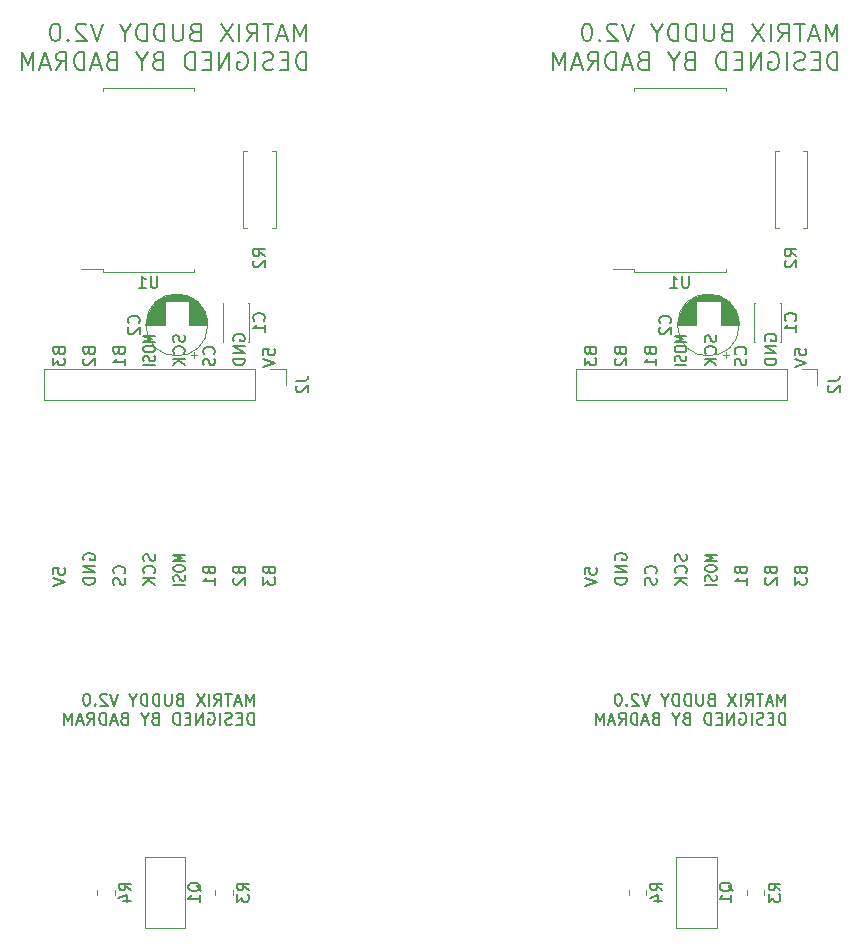
<source format=gbr>
%TF.GenerationSoftware,KiCad,Pcbnew,7.0.8*%
%TF.CreationDate,2024-02-08T03:58:00-08:00*%
%TF.ProjectId,panel,70616e65-6c2e-46b6-9963-61645f706362,rev?*%
%TF.SameCoordinates,Original*%
%TF.FileFunction,Legend,Bot*%
%TF.FilePolarity,Positive*%
%FSLAX46Y46*%
G04 Gerber Fmt 4.6, Leading zero omitted, Abs format (unit mm)*
G04 Created by KiCad (PCBNEW 7.0.8) date 2024-02-08 03:58:00*
%MOMM*%
%LPD*%
G01*
G04 APERTURE LIST*
%ADD10C,0.150000*%
%ADD11C,0.200000*%
%ADD12C,0.120000*%
G04 APERTURE END LIST*
D10*
X179801009Y-76754363D02*
X179848628Y-76897220D01*
X179848628Y-76897220D02*
X179896247Y-76944839D01*
X179896247Y-76944839D02*
X179991485Y-76992458D01*
X179991485Y-76992458D02*
X180134342Y-76992458D01*
X180134342Y-76992458D02*
X180229580Y-76944839D01*
X180229580Y-76944839D02*
X180277200Y-76897220D01*
X180277200Y-76897220D02*
X180324819Y-76801982D01*
X180324819Y-76801982D02*
X180324819Y-76421030D01*
X180324819Y-76421030D02*
X179324819Y-76421030D01*
X179324819Y-76421030D02*
X179324819Y-76754363D01*
X179324819Y-76754363D02*
X179372438Y-76849601D01*
X179372438Y-76849601D02*
X179420057Y-76897220D01*
X179420057Y-76897220D02*
X179515295Y-76944839D01*
X179515295Y-76944839D02*
X179610533Y-76944839D01*
X179610533Y-76944839D02*
X179705771Y-76897220D01*
X179705771Y-76897220D02*
X179753390Y-76849601D01*
X179753390Y-76849601D02*
X179801009Y-76754363D01*
X179801009Y-76754363D02*
X179801009Y-76421030D01*
X179324819Y-77325792D02*
X179324819Y-77944839D01*
X179324819Y-77944839D02*
X179705771Y-77611506D01*
X179705771Y-77611506D02*
X179705771Y-77754363D01*
X179705771Y-77754363D02*
X179753390Y-77849601D01*
X179753390Y-77849601D02*
X179801009Y-77897220D01*
X179801009Y-77897220D02*
X179896247Y-77944839D01*
X179896247Y-77944839D02*
X180134342Y-77944839D01*
X180134342Y-77944839D02*
X180229580Y-77897220D01*
X180229580Y-77897220D02*
X180277200Y-77849601D01*
X180277200Y-77849601D02*
X180324819Y-77754363D01*
X180324819Y-77754363D02*
X180324819Y-77468649D01*
X180324819Y-77468649D02*
X180277200Y-77373411D01*
X180277200Y-77373411D02*
X180229580Y-77325792D01*
X161544819Y-77040077D02*
X161544819Y-76563887D01*
X161544819Y-76563887D02*
X162021009Y-76516268D01*
X162021009Y-76516268D02*
X161973390Y-76563887D01*
X161973390Y-76563887D02*
X161925771Y-76659125D01*
X161925771Y-76659125D02*
X161925771Y-76897220D01*
X161925771Y-76897220D02*
X161973390Y-76992458D01*
X161973390Y-76992458D02*
X162021009Y-77040077D01*
X162021009Y-77040077D02*
X162116247Y-77087696D01*
X162116247Y-77087696D02*
X162354342Y-77087696D01*
X162354342Y-77087696D02*
X162449580Y-77040077D01*
X162449580Y-77040077D02*
X162497200Y-76992458D01*
X162497200Y-76992458D02*
X162544819Y-76897220D01*
X162544819Y-76897220D02*
X162544819Y-76659125D01*
X162544819Y-76659125D02*
X162497200Y-76563887D01*
X162497200Y-76563887D02*
X162449580Y-76516268D01*
X161544819Y-77373411D02*
X162544819Y-77706744D01*
X162544819Y-77706744D02*
X161544819Y-78040077D01*
X129721009Y-76754363D02*
X129768628Y-76897220D01*
X129768628Y-76897220D02*
X129816247Y-76944839D01*
X129816247Y-76944839D02*
X129911485Y-76992458D01*
X129911485Y-76992458D02*
X130054342Y-76992458D01*
X130054342Y-76992458D02*
X130149580Y-76944839D01*
X130149580Y-76944839D02*
X130197200Y-76897220D01*
X130197200Y-76897220D02*
X130244819Y-76801982D01*
X130244819Y-76801982D02*
X130244819Y-76421030D01*
X130244819Y-76421030D02*
X129244819Y-76421030D01*
X129244819Y-76421030D02*
X129244819Y-76754363D01*
X129244819Y-76754363D02*
X129292438Y-76849601D01*
X129292438Y-76849601D02*
X129340057Y-76897220D01*
X129340057Y-76897220D02*
X129435295Y-76944839D01*
X129435295Y-76944839D02*
X129530533Y-76944839D01*
X129530533Y-76944839D02*
X129625771Y-76897220D01*
X129625771Y-76897220D02*
X129673390Y-76849601D01*
X129673390Y-76849601D02*
X129721009Y-76754363D01*
X129721009Y-76754363D02*
X129721009Y-76421030D01*
X130244819Y-77944839D02*
X130244819Y-77373411D01*
X130244819Y-77659125D02*
X129244819Y-77659125D01*
X129244819Y-77659125D02*
X129387676Y-77563887D01*
X129387676Y-77563887D02*
X129482914Y-77468649D01*
X129482914Y-77468649D02*
X129530533Y-77373411D01*
X176812438Y-57285601D02*
X176764819Y-57190363D01*
X176764819Y-57190363D02*
X176764819Y-57047506D01*
X176764819Y-57047506D02*
X176812438Y-56904649D01*
X176812438Y-56904649D02*
X176907676Y-56809411D01*
X176907676Y-56809411D02*
X177002914Y-56761792D01*
X177002914Y-56761792D02*
X177193390Y-56714173D01*
X177193390Y-56714173D02*
X177336247Y-56714173D01*
X177336247Y-56714173D02*
X177526723Y-56761792D01*
X177526723Y-56761792D02*
X177621961Y-56809411D01*
X177621961Y-56809411D02*
X177717200Y-56904649D01*
X177717200Y-56904649D02*
X177764819Y-57047506D01*
X177764819Y-57047506D02*
X177764819Y-57142744D01*
X177764819Y-57142744D02*
X177717200Y-57285601D01*
X177717200Y-57285601D02*
X177669580Y-57333220D01*
X177669580Y-57333220D02*
X177336247Y-57333220D01*
X177336247Y-57333220D02*
X177336247Y-57142744D01*
X177764819Y-57761792D02*
X176764819Y-57761792D01*
X176764819Y-57761792D02*
X177764819Y-58333220D01*
X177764819Y-58333220D02*
X176764819Y-58333220D01*
X177764819Y-58809411D02*
X176764819Y-58809411D01*
X176764819Y-58809411D02*
X176764819Y-59047506D01*
X176764819Y-59047506D02*
X176812438Y-59190363D01*
X176812438Y-59190363D02*
X176907676Y-59285601D01*
X176907676Y-59285601D02*
X177002914Y-59333220D01*
X177002914Y-59333220D02*
X177193390Y-59380839D01*
X177193390Y-59380839D02*
X177336247Y-59380839D01*
X177336247Y-59380839D02*
X177526723Y-59333220D01*
X177526723Y-59333220D02*
X177621961Y-59285601D01*
X177621961Y-59285601D02*
X177717200Y-59190363D01*
X177717200Y-59190363D02*
X177764819Y-59047506D01*
X177764819Y-59047506D02*
X177764819Y-58809411D01*
X131812438Y-57285601D02*
X131764819Y-57190363D01*
X131764819Y-57190363D02*
X131764819Y-57047506D01*
X131764819Y-57047506D02*
X131812438Y-56904649D01*
X131812438Y-56904649D02*
X131907676Y-56809411D01*
X131907676Y-56809411D02*
X132002914Y-56761792D01*
X132002914Y-56761792D02*
X132193390Y-56714173D01*
X132193390Y-56714173D02*
X132336247Y-56714173D01*
X132336247Y-56714173D02*
X132526723Y-56761792D01*
X132526723Y-56761792D02*
X132621961Y-56809411D01*
X132621961Y-56809411D02*
X132717200Y-56904649D01*
X132717200Y-56904649D02*
X132764819Y-57047506D01*
X132764819Y-57047506D02*
X132764819Y-57142744D01*
X132764819Y-57142744D02*
X132717200Y-57285601D01*
X132717200Y-57285601D02*
X132669580Y-57333220D01*
X132669580Y-57333220D02*
X132336247Y-57333220D01*
X132336247Y-57333220D02*
X132336247Y-57142744D01*
X132764819Y-57761792D02*
X131764819Y-57761792D01*
X131764819Y-57761792D02*
X132764819Y-58333220D01*
X132764819Y-58333220D02*
X131764819Y-58333220D01*
X132764819Y-58809411D02*
X131764819Y-58809411D01*
X131764819Y-58809411D02*
X131764819Y-59047506D01*
X131764819Y-59047506D02*
X131812438Y-59190363D01*
X131812438Y-59190363D02*
X131907676Y-59285601D01*
X131907676Y-59285601D02*
X132002914Y-59333220D01*
X132002914Y-59333220D02*
X132193390Y-59380839D01*
X132193390Y-59380839D02*
X132336247Y-59380839D01*
X132336247Y-59380839D02*
X132526723Y-59333220D01*
X132526723Y-59333220D02*
X132621961Y-59285601D01*
X132621961Y-59285601D02*
X132717200Y-59190363D01*
X132717200Y-59190363D02*
X132764819Y-59047506D01*
X132764819Y-59047506D02*
X132764819Y-58809411D01*
X125117200Y-75373411D02*
X125164819Y-75516268D01*
X125164819Y-75516268D02*
X125164819Y-75754363D01*
X125164819Y-75754363D02*
X125117200Y-75849601D01*
X125117200Y-75849601D02*
X125069580Y-75897220D01*
X125069580Y-75897220D02*
X124974342Y-75944839D01*
X124974342Y-75944839D02*
X124879104Y-75944839D01*
X124879104Y-75944839D02*
X124783866Y-75897220D01*
X124783866Y-75897220D02*
X124736247Y-75849601D01*
X124736247Y-75849601D02*
X124688628Y-75754363D01*
X124688628Y-75754363D02*
X124641009Y-75563887D01*
X124641009Y-75563887D02*
X124593390Y-75468649D01*
X124593390Y-75468649D02*
X124545771Y-75421030D01*
X124545771Y-75421030D02*
X124450533Y-75373411D01*
X124450533Y-75373411D02*
X124355295Y-75373411D01*
X124355295Y-75373411D02*
X124260057Y-75421030D01*
X124260057Y-75421030D02*
X124212438Y-75468649D01*
X124212438Y-75468649D02*
X124164819Y-75563887D01*
X124164819Y-75563887D02*
X124164819Y-75801982D01*
X124164819Y-75801982D02*
X124212438Y-75944839D01*
X125069580Y-76944839D02*
X125117200Y-76897220D01*
X125117200Y-76897220D02*
X125164819Y-76754363D01*
X125164819Y-76754363D02*
X125164819Y-76659125D01*
X125164819Y-76659125D02*
X125117200Y-76516268D01*
X125117200Y-76516268D02*
X125021961Y-76421030D01*
X125021961Y-76421030D02*
X124926723Y-76373411D01*
X124926723Y-76373411D02*
X124736247Y-76325792D01*
X124736247Y-76325792D02*
X124593390Y-76325792D01*
X124593390Y-76325792D02*
X124402914Y-76373411D01*
X124402914Y-76373411D02*
X124307676Y-76421030D01*
X124307676Y-76421030D02*
X124212438Y-76516268D01*
X124212438Y-76516268D02*
X124164819Y-76659125D01*
X124164819Y-76659125D02*
X124164819Y-76754363D01*
X124164819Y-76754363D02*
X124212438Y-76897220D01*
X124212438Y-76897220D02*
X124260057Y-76944839D01*
X125164819Y-77373411D02*
X124164819Y-77373411D01*
X125164819Y-77944839D02*
X124593390Y-77516268D01*
X124164819Y-77944839D02*
X124736247Y-77373411D01*
X172637200Y-56809411D02*
X172684819Y-56952268D01*
X172684819Y-56952268D02*
X172684819Y-57190363D01*
X172684819Y-57190363D02*
X172637200Y-57285601D01*
X172637200Y-57285601D02*
X172589580Y-57333220D01*
X172589580Y-57333220D02*
X172494342Y-57380839D01*
X172494342Y-57380839D02*
X172399104Y-57380839D01*
X172399104Y-57380839D02*
X172303866Y-57333220D01*
X172303866Y-57333220D02*
X172256247Y-57285601D01*
X172256247Y-57285601D02*
X172208628Y-57190363D01*
X172208628Y-57190363D02*
X172161009Y-56999887D01*
X172161009Y-56999887D02*
X172113390Y-56904649D01*
X172113390Y-56904649D02*
X172065771Y-56857030D01*
X172065771Y-56857030D02*
X171970533Y-56809411D01*
X171970533Y-56809411D02*
X171875295Y-56809411D01*
X171875295Y-56809411D02*
X171780057Y-56857030D01*
X171780057Y-56857030D02*
X171732438Y-56904649D01*
X171732438Y-56904649D02*
X171684819Y-56999887D01*
X171684819Y-56999887D02*
X171684819Y-57237982D01*
X171684819Y-57237982D02*
X171732438Y-57380839D01*
X172589580Y-58380839D02*
X172637200Y-58333220D01*
X172637200Y-58333220D02*
X172684819Y-58190363D01*
X172684819Y-58190363D02*
X172684819Y-58095125D01*
X172684819Y-58095125D02*
X172637200Y-57952268D01*
X172637200Y-57952268D02*
X172541961Y-57857030D01*
X172541961Y-57857030D02*
X172446723Y-57809411D01*
X172446723Y-57809411D02*
X172256247Y-57761792D01*
X172256247Y-57761792D02*
X172113390Y-57761792D01*
X172113390Y-57761792D02*
X171922914Y-57809411D01*
X171922914Y-57809411D02*
X171827676Y-57857030D01*
X171827676Y-57857030D02*
X171732438Y-57952268D01*
X171732438Y-57952268D02*
X171684819Y-58095125D01*
X171684819Y-58095125D02*
X171684819Y-58190363D01*
X171684819Y-58190363D02*
X171732438Y-58333220D01*
X171732438Y-58333220D02*
X171780057Y-58380839D01*
X172684819Y-58809411D02*
X171684819Y-58809411D01*
X172684819Y-59380839D02*
X172113390Y-58952268D01*
X171684819Y-59380839D02*
X172256247Y-58809411D01*
X117001009Y-58190363D02*
X117048628Y-58333220D01*
X117048628Y-58333220D02*
X117096247Y-58380839D01*
X117096247Y-58380839D02*
X117191485Y-58428458D01*
X117191485Y-58428458D02*
X117334342Y-58428458D01*
X117334342Y-58428458D02*
X117429580Y-58380839D01*
X117429580Y-58380839D02*
X117477200Y-58333220D01*
X117477200Y-58333220D02*
X117524819Y-58237982D01*
X117524819Y-58237982D02*
X117524819Y-57857030D01*
X117524819Y-57857030D02*
X116524819Y-57857030D01*
X116524819Y-57857030D02*
X116524819Y-58190363D01*
X116524819Y-58190363D02*
X116572438Y-58285601D01*
X116572438Y-58285601D02*
X116620057Y-58333220D01*
X116620057Y-58333220D02*
X116715295Y-58380839D01*
X116715295Y-58380839D02*
X116810533Y-58380839D01*
X116810533Y-58380839D02*
X116905771Y-58333220D01*
X116905771Y-58333220D02*
X116953390Y-58285601D01*
X116953390Y-58285601D02*
X117001009Y-58190363D01*
X117001009Y-58190363D02*
X117001009Y-57857030D01*
X116524819Y-58761792D02*
X116524819Y-59380839D01*
X116524819Y-59380839D02*
X116905771Y-59047506D01*
X116905771Y-59047506D02*
X116905771Y-59190363D01*
X116905771Y-59190363D02*
X116953390Y-59285601D01*
X116953390Y-59285601D02*
X117001009Y-59333220D01*
X117001009Y-59333220D02*
X117096247Y-59380839D01*
X117096247Y-59380839D02*
X117334342Y-59380839D01*
X117334342Y-59380839D02*
X117429580Y-59333220D01*
X117429580Y-59333220D02*
X117477200Y-59285601D01*
X117477200Y-59285601D02*
X117524819Y-59190363D01*
X117524819Y-59190363D02*
X117524819Y-58904649D01*
X117524819Y-58904649D02*
X117477200Y-58809411D01*
X117477200Y-58809411D02*
X117429580Y-58761792D01*
X116544819Y-77040077D02*
X116544819Y-76563887D01*
X116544819Y-76563887D02*
X117021009Y-76516268D01*
X117021009Y-76516268D02*
X116973390Y-76563887D01*
X116973390Y-76563887D02*
X116925771Y-76659125D01*
X116925771Y-76659125D02*
X116925771Y-76897220D01*
X116925771Y-76897220D02*
X116973390Y-76992458D01*
X116973390Y-76992458D02*
X117021009Y-77040077D01*
X117021009Y-77040077D02*
X117116247Y-77087696D01*
X117116247Y-77087696D02*
X117354342Y-77087696D01*
X117354342Y-77087696D02*
X117449580Y-77040077D01*
X117449580Y-77040077D02*
X117497200Y-76992458D01*
X117497200Y-76992458D02*
X117544819Y-76897220D01*
X117544819Y-76897220D02*
X117544819Y-76659125D01*
X117544819Y-76659125D02*
X117497200Y-76563887D01*
X117497200Y-76563887D02*
X117449580Y-76516268D01*
X116544819Y-77373411D02*
X117544819Y-77706744D01*
X117544819Y-77706744D02*
X116544819Y-78040077D01*
X125144819Y-56866554D02*
X124144819Y-56866554D01*
X124144819Y-56866554D02*
X124859104Y-57133220D01*
X124859104Y-57133220D02*
X124144819Y-57399887D01*
X124144819Y-57399887D02*
X125144819Y-57399887D01*
X124144819Y-57933221D02*
X124144819Y-58085602D01*
X124144819Y-58085602D02*
X124192438Y-58161792D01*
X124192438Y-58161792D02*
X124287676Y-58237983D01*
X124287676Y-58237983D02*
X124478152Y-58276078D01*
X124478152Y-58276078D02*
X124811485Y-58276078D01*
X124811485Y-58276078D02*
X125001961Y-58237983D01*
X125001961Y-58237983D02*
X125097200Y-58161792D01*
X125097200Y-58161792D02*
X125144819Y-58085602D01*
X125144819Y-58085602D02*
X125144819Y-57933221D01*
X125144819Y-57933221D02*
X125097200Y-57857030D01*
X125097200Y-57857030D02*
X125001961Y-57780840D01*
X125001961Y-57780840D02*
X124811485Y-57742744D01*
X124811485Y-57742744D02*
X124478152Y-57742744D01*
X124478152Y-57742744D02*
X124287676Y-57780840D01*
X124287676Y-57780840D02*
X124192438Y-57857030D01*
X124192438Y-57857030D02*
X124144819Y-57933221D01*
X125097200Y-58580839D02*
X125144819Y-58695125D01*
X125144819Y-58695125D02*
X125144819Y-58885601D01*
X125144819Y-58885601D02*
X125097200Y-58961792D01*
X125097200Y-58961792D02*
X125049580Y-58999887D01*
X125049580Y-58999887D02*
X124954342Y-59037982D01*
X124954342Y-59037982D02*
X124859104Y-59037982D01*
X124859104Y-59037982D02*
X124763866Y-58999887D01*
X124763866Y-58999887D02*
X124716247Y-58961792D01*
X124716247Y-58961792D02*
X124668628Y-58885601D01*
X124668628Y-58885601D02*
X124621009Y-58733220D01*
X124621009Y-58733220D02*
X124573390Y-58657030D01*
X124573390Y-58657030D02*
X124525771Y-58618935D01*
X124525771Y-58618935D02*
X124430533Y-58580839D01*
X124430533Y-58580839D02*
X124335295Y-58580839D01*
X124335295Y-58580839D02*
X124240057Y-58618935D01*
X124240057Y-58618935D02*
X124192438Y-58657030D01*
X124192438Y-58657030D02*
X124144819Y-58733220D01*
X124144819Y-58733220D02*
X124144819Y-58923697D01*
X124144819Y-58923697D02*
X124192438Y-59037982D01*
X125144819Y-59380840D02*
X124144819Y-59380840D01*
X122529580Y-76992458D02*
X122577200Y-76944839D01*
X122577200Y-76944839D02*
X122624819Y-76801982D01*
X122624819Y-76801982D02*
X122624819Y-76706744D01*
X122624819Y-76706744D02*
X122577200Y-76563887D01*
X122577200Y-76563887D02*
X122481961Y-76468649D01*
X122481961Y-76468649D02*
X122386723Y-76421030D01*
X122386723Y-76421030D02*
X122196247Y-76373411D01*
X122196247Y-76373411D02*
X122053390Y-76373411D01*
X122053390Y-76373411D02*
X121862914Y-76421030D01*
X121862914Y-76421030D02*
X121767676Y-76468649D01*
X121767676Y-76468649D02*
X121672438Y-76563887D01*
X121672438Y-76563887D02*
X121624819Y-76706744D01*
X121624819Y-76706744D02*
X121624819Y-76801982D01*
X121624819Y-76801982D02*
X121672438Y-76944839D01*
X121672438Y-76944839D02*
X121720057Y-76992458D01*
X122577200Y-77373411D02*
X122624819Y-77516268D01*
X122624819Y-77516268D02*
X122624819Y-77754363D01*
X122624819Y-77754363D02*
X122577200Y-77849601D01*
X122577200Y-77849601D02*
X122529580Y-77897220D01*
X122529580Y-77897220D02*
X122434342Y-77944839D01*
X122434342Y-77944839D02*
X122339104Y-77944839D01*
X122339104Y-77944839D02*
X122243866Y-77897220D01*
X122243866Y-77897220D02*
X122196247Y-77849601D01*
X122196247Y-77849601D02*
X122148628Y-77754363D01*
X122148628Y-77754363D02*
X122101009Y-77563887D01*
X122101009Y-77563887D02*
X122053390Y-77468649D01*
X122053390Y-77468649D02*
X122005771Y-77421030D01*
X122005771Y-77421030D02*
X121910533Y-77373411D01*
X121910533Y-77373411D02*
X121815295Y-77373411D01*
X121815295Y-77373411D02*
X121720057Y-77421030D01*
X121720057Y-77421030D02*
X121672438Y-77468649D01*
X121672438Y-77468649D02*
X121624819Y-77563887D01*
X121624819Y-77563887D02*
X121624819Y-77801982D01*
X121624819Y-77801982D02*
X121672438Y-77944839D01*
X134304819Y-58476077D02*
X134304819Y-57999887D01*
X134304819Y-57999887D02*
X134781009Y-57952268D01*
X134781009Y-57952268D02*
X134733390Y-57999887D01*
X134733390Y-57999887D02*
X134685771Y-58095125D01*
X134685771Y-58095125D02*
X134685771Y-58333220D01*
X134685771Y-58333220D02*
X134733390Y-58428458D01*
X134733390Y-58428458D02*
X134781009Y-58476077D01*
X134781009Y-58476077D02*
X134876247Y-58523696D01*
X134876247Y-58523696D02*
X135114342Y-58523696D01*
X135114342Y-58523696D02*
X135209580Y-58476077D01*
X135209580Y-58476077D02*
X135257200Y-58428458D01*
X135257200Y-58428458D02*
X135304819Y-58333220D01*
X135304819Y-58333220D02*
X135304819Y-58095125D01*
X135304819Y-58095125D02*
X135257200Y-57999887D01*
X135257200Y-57999887D02*
X135209580Y-57952268D01*
X134304819Y-58809411D02*
X135304819Y-59142744D01*
X135304819Y-59142744D02*
X134304819Y-59476077D01*
X127704819Y-75430554D02*
X126704819Y-75430554D01*
X126704819Y-75430554D02*
X127419104Y-75697220D01*
X127419104Y-75697220D02*
X126704819Y-75963887D01*
X126704819Y-75963887D02*
X127704819Y-75963887D01*
X126704819Y-76497221D02*
X126704819Y-76649602D01*
X126704819Y-76649602D02*
X126752438Y-76725792D01*
X126752438Y-76725792D02*
X126847676Y-76801983D01*
X126847676Y-76801983D02*
X127038152Y-76840078D01*
X127038152Y-76840078D02*
X127371485Y-76840078D01*
X127371485Y-76840078D02*
X127561961Y-76801983D01*
X127561961Y-76801983D02*
X127657200Y-76725792D01*
X127657200Y-76725792D02*
X127704819Y-76649602D01*
X127704819Y-76649602D02*
X127704819Y-76497221D01*
X127704819Y-76497221D02*
X127657200Y-76421030D01*
X127657200Y-76421030D02*
X127561961Y-76344840D01*
X127561961Y-76344840D02*
X127371485Y-76306744D01*
X127371485Y-76306744D02*
X127038152Y-76306744D01*
X127038152Y-76306744D02*
X126847676Y-76344840D01*
X126847676Y-76344840D02*
X126752438Y-76421030D01*
X126752438Y-76421030D02*
X126704819Y-76497221D01*
X127657200Y-77144839D02*
X127704819Y-77259125D01*
X127704819Y-77259125D02*
X127704819Y-77449601D01*
X127704819Y-77449601D02*
X127657200Y-77525792D01*
X127657200Y-77525792D02*
X127609580Y-77563887D01*
X127609580Y-77563887D02*
X127514342Y-77601982D01*
X127514342Y-77601982D02*
X127419104Y-77601982D01*
X127419104Y-77601982D02*
X127323866Y-77563887D01*
X127323866Y-77563887D02*
X127276247Y-77525792D01*
X127276247Y-77525792D02*
X127228628Y-77449601D01*
X127228628Y-77449601D02*
X127181009Y-77297220D01*
X127181009Y-77297220D02*
X127133390Y-77221030D01*
X127133390Y-77221030D02*
X127085771Y-77182935D01*
X127085771Y-77182935D02*
X126990533Y-77144839D01*
X126990533Y-77144839D02*
X126895295Y-77144839D01*
X126895295Y-77144839D02*
X126800057Y-77182935D01*
X126800057Y-77182935D02*
X126752438Y-77221030D01*
X126752438Y-77221030D02*
X126704819Y-77297220D01*
X126704819Y-77297220D02*
X126704819Y-77487697D01*
X126704819Y-77487697D02*
X126752438Y-77601982D01*
X127704819Y-77944840D02*
X126704819Y-77944840D01*
X164541009Y-58190363D02*
X164588628Y-58333220D01*
X164588628Y-58333220D02*
X164636247Y-58380839D01*
X164636247Y-58380839D02*
X164731485Y-58428458D01*
X164731485Y-58428458D02*
X164874342Y-58428458D01*
X164874342Y-58428458D02*
X164969580Y-58380839D01*
X164969580Y-58380839D02*
X165017200Y-58333220D01*
X165017200Y-58333220D02*
X165064819Y-58237982D01*
X165064819Y-58237982D02*
X165064819Y-57857030D01*
X165064819Y-57857030D02*
X164064819Y-57857030D01*
X164064819Y-57857030D02*
X164064819Y-58190363D01*
X164064819Y-58190363D02*
X164112438Y-58285601D01*
X164112438Y-58285601D02*
X164160057Y-58333220D01*
X164160057Y-58333220D02*
X164255295Y-58380839D01*
X164255295Y-58380839D02*
X164350533Y-58380839D01*
X164350533Y-58380839D02*
X164445771Y-58333220D01*
X164445771Y-58333220D02*
X164493390Y-58285601D01*
X164493390Y-58285601D02*
X164541009Y-58190363D01*
X164541009Y-58190363D02*
X164541009Y-57857030D01*
X164160057Y-58809411D02*
X164112438Y-58857030D01*
X164112438Y-58857030D02*
X164064819Y-58952268D01*
X164064819Y-58952268D02*
X164064819Y-59190363D01*
X164064819Y-59190363D02*
X164112438Y-59285601D01*
X164112438Y-59285601D02*
X164160057Y-59333220D01*
X164160057Y-59333220D02*
X164255295Y-59380839D01*
X164255295Y-59380839D02*
X164350533Y-59380839D01*
X164350533Y-59380839D02*
X164493390Y-59333220D01*
X164493390Y-59333220D02*
X165064819Y-58761792D01*
X165064819Y-58761792D02*
X165064819Y-59380839D01*
D11*
X182937279Y-31937028D02*
X182937279Y-30437028D01*
X182937279Y-30437028D02*
X182437279Y-31508457D01*
X182437279Y-31508457D02*
X181937279Y-30437028D01*
X181937279Y-30437028D02*
X181937279Y-31937028D01*
X181294421Y-31508457D02*
X180580136Y-31508457D01*
X181437278Y-31937028D02*
X180937278Y-30437028D01*
X180937278Y-30437028D02*
X180437278Y-31937028D01*
X180151564Y-30437028D02*
X179294422Y-30437028D01*
X179722993Y-31937028D02*
X179722993Y-30437028D01*
X177937279Y-31937028D02*
X178437279Y-31222742D01*
X178794422Y-31937028D02*
X178794422Y-30437028D01*
X178794422Y-30437028D02*
X178222993Y-30437028D01*
X178222993Y-30437028D02*
X178080136Y-30508457D01*
X178080136Y-30508457D02*
X178008707Y-30579885D01*
X178008707Y-30579885D02*
X177937279Y-30722742D01*
X177937279Y-30722742D02*
X177937279Y-30937028D01*
X177937279Y-30937028D02*
X178008707Y-31079885D01*
X178008707Y-31079885D02*
X178080136Y-31151314D01*
X178080136Y-31151314D02*
X178222993Y-31222742D01*
X178222993Y-31222742D02*
X178794422Y-31222742D01*
X177294422Y-31937028D02*
X177294422Y-30437028D01*
X176722993Y-30437028D02*
X175722993Y-31937028D01*
X175722993Y-30437028D02*
X176722993Y-31937028D01*
X173508708Y-31151314D02*
X173294422Y-31222742D01*
X173294422Y-31222742D02*
X173222993Y-31294171D01*
X173222993Y-31294171D02*
X173151565Y-31437028D01*
X173151565Y-31437028D02*
X173151565Y-31651314D01*
X173151565Y-31651314D02*
X173222993Y-31794171D01*
X173222993Y-31794171D02*
X173294422Y-31865600D01*
X173294422Y-31865600D02*
X173437279Y-31937028D01*
X173437279Y-31937028D02*
X174008708Y-31937028D01*
X174008708Y-31937028D02*
X174008708Y-30437028D01*
X174008708Y-30437028D02*
X173508708Y-30437028D01*
X173508708Y-30437028D02*
X173365851Y-30508457D01*
X173365851Y-30508457D02*
X173294422Y-30579885D01*
X173294422Y-30579885D02*
X173222993Y-30722742D01*
X173222993Y-30722742D02*
X173222993Y-30865600D01*
X173222993Y-30865600D02*
X173294422Y-31008457D01*
X173294422Y-31008457D02*
X173365851Y-31079885D01*
X173365851Y-31079885D02*
X173508708Y-31151314D01*
X173508708Y-31151314D02*
X174008708Y-31151314D01*
X172508708Y-30437028D02*
X172508708Y-31651314D01*
X172508708Y-31651314D02*
X172437279Y-31794171D01*
X172437279Y-31794171D02*
X172365851Y-31865600D01*
X172365851Y-31865600D02*
X172222993Y-31937028D01*
X172222993Y-31937028D02*
X171937279Y-31937028D01*
X171937279Y-31937028D02*
X171794422Y-31865600D01*
X171794422Y-31865600D02*
X171722993Y-31794171D01*
X171722993Y-31794171D02*
X171651565Y-31651314D01*
X171651565Y-31651314D02*
X171651565Y-30437028D01*
X170937279Y-31937028D02*
X170937279Y-30437028D01*
X170937279Y-30437028D02*
X170580136Y-30437028D01*
X170580136Y-30437028D02*
X170365850Y-30508457D01*
X170365850Y-30508457D02*
X170222993Y-30651314D01*
X170222993Y-30651314D02*
X170151564Y-30794171D01*
X170151564Y-30794171D02*
X170080136Y-31079885D01*
X170080136Y-31079885D02*
X170080136Y-31294171D01*
X170080136Y-31294171D02*
X170151564Y-31579885D01*
X170151564Y-31579885D02*
X170222993Y-31722742D01*
X170222993Y-31722742D02*
X170365850Y-31865600D01*
X170365850Y-31865600D02*
X170580136Y-31937028D01*
X170580136Y-31937028D02*
X170937279Y-31937028D01*
X169437279Y-31937028D02*
X169437279Y-30437028D01*
X169437279Y-30437028D02*
X169080136Y-30437028D01*
X169080136Y-30437028D02*
X168865850Y-30508457D01*
X168865850Y-30508457D02*
X168722993Y-30651314D01*
X168722993Y-30651314D02*
X168651564Y-30794171D01*
X168651564Y-30794171D02*
X168580136Y-31079885D01*
X168580136Y-31079885D02*
X168580136Y-31294171D01*
X168580136Y-31294171D02*
X168651564Y-31579885D01*
X168651564Y-31579885D02*
X168722993Y-31722742D01*
X168722993Y-31722742D02*
X168865850Y-31865600D01*
X168865850Y-31865600D02*
X169080136Y-31937028D01*
X169080136Y-31937028D02*
X169437279Y-31937028D01*
X167651564Y-31222742D02*
X167651564Y-31937028D01*
X168151564Y-30437028D02*
X167651564Y-31222742D01*
X167651564Y-31222742D02*
X167151564Y-30437028D01*
X165722993Y-30437028D02*
X165222993Y-31937028D01*
X165222993Y-31937028D02*
X164722993Y-30437028D01*
X164294422Y-30579885D02*
X164222994Y-30508457D01*
X164222994Y-30508457D02*
X164080137Y-30437028D01*
X164080137Y-30437028D02*
X163722994Y-30437028D01*
X163722994Y-30437028D02*
X163580137Y-30508457D01*
X163580137Y-30508457D02*
X163508708Y-30579885D01*
X163508708Y-30579885D02*
X163437279Y-30722742D01*
X163437279Y-30722742D02*
X163437279Y-30865600D01*
X163437279Y-30865600D02*
X163508708Y-31079885D01*
X163508708Y-31079885D02*
X164365851Y-31937028D01*
X164365851Y-31937028D02*
X163437279Y-31937028D01*
X162794423Y-31794171D02*
X162722994Y-31865600D01*
X162722994Y-31865600D02*
X162794423Y-31937028D01*
X162794423Y-31937028D02*
X162865851Y-31865600D01*
X162865851Y-31865600D02*
X162794423Y-31794171D01*
X162794423Y-31794171D02*
X162794423Y-31937028D01*
X161794422Y-30437028D02*
X161651565Y-30437028D01*
X161651565Y-30437028D02*
X161508708Y-30508457D01*
X161508708Y-30508457D02*
X161437280Y-30579885D01*
X161437280Y-30579885D02*
X161365851Y-30722742D01*
X161365851Y-30722742D02*
X161294422Y-31008457D01*
X161294422Y-31008457D02*
X161294422Y-31365600D01*
X161294422Y-31365600D02*
X161365851Y-31651314D01*
X161365851Y-31651314D02*
X161437280Y-31794171D01*
X161437280Y-31794171D02*
X161508708Y-31865600D01*
X161508708Y-31865600D02*
X161651565Y-31937028D01*
X161651565Y-31937028D02*
X161794422Y-31937028D01*
X161794422Y-31937028D02*
X161937280Y-31865600D01*
X161937280Y-31865600D02*
X162008708Y-31794171D01*
X162008708Y-31794171D02*
X162080137Y-31651314D01*
X162080137Y-31651314D02*
X162151565Y-31365600D01*
X162151565Y-31365600D02*
X162151565Y-31008457D01*
X162151565Y-31008457D02*
X162080137Y-30722742D01*
X162080137Y-30722742D02*
X162008708Y-30579885D01*
X162008708Y-30579885D02*
X161937280Y-30508457D01*
X161937280Y-30508457D02*
X161794422Y-30437028D01*
X182937279Y-34352028D02*
X182937279Y-32852028D01*
X182937279Y-32852028D02*
X182580136Y-32852028D01*
X182580136Y-32852028D02*
X182365850Y-32923457D01*
X182365850Y-32923457D02*
X182222993Y-33066314D01*
X182222993Y-33066314D02*
X182151564Y-33209171D01*
X182151564Y-33209171D02*
X182080136Y-33494885D01*
X182080136Y-33494885D02*
X182080136Y-33709171D01*
X182080136Y-33709171D02*
X182151564Y-33994885D01*
X182151564Y-33994885D02*
X182222993Y-34137742D01*
X182222993Y-34137742D02*
X182365850Y-34280600D01*
X182365850Y-34280600D02*
X182580136Y-34352028D01*
X182580136Y-34352028D02*
X182937279Y-34352028D01*
X181437279Y-33566314D02*
X180937279Y-33566314D01*
X180722993Y-34352028D02*
X181437279Y-34352028D01*
X181437279Y-34352028D02*
X181437279Y-32852028D01*
X181437279Y-32852028D02*
X180722993Y-32852028D01*
X180151564Y-34280600D02*
X179937279Y-34352028D01*
X179937279Y-34352028D02*
X179580136Y-34352028D01*
X179580136Y-34352028D02*
X179437279Y-34280600D01*
X179437279Y-34280600D02*
X179365850Y-34209171D01*
X179365850Y-34209171D02*
X179294421Y-34066314D01*
X179294421Y-34066314D02*
X179294421Y-33923457D01*
X179294421Y-33923457D02*
X179365850Y-33780600D01*
X179365850Y-33780600D02*
X179437279Y-33709171D01*
X179437279Y-33709171D02*
X179580136Y-33637742D01*
X179580136Y-33637742D02*
X179865850Y-33566314D01*
X179865850Y-33566314D02*
X180008707Y-33494885D01*
X180008707Y-33494885D02*
X180080136Y-33423457D01*
X180080136Y-33423457D02*
X180151564Y-33280600D01*
X180151564Y-33280600D02*
X180151564Y-33137742D01*
X180151564Y-33137742D02*
X180080136Y-32994885D01*
X180080136Y-32994885D02*
X180008707Y-32923457D01*
X180008707Y-32923457D02*
X179865850Y-32852028D01*
X179865850Y-32852028D02*
X179508707Y-32852028D01*
X179508707Y-32852028D02*
X179294421Y-32923457D01*
X178651565Y-34352028D02*
X178651565Y-32852028D01*
X177151564Y-32923457D02*
X177294422Y-32852028D01*
X177294422Y-32852028D02*
X177508707Y-32852028D01*
X177508707Y-32852028D02*
X177722993Y-32923457D01*
X177722993Y-32923457D02*
X177865850Y-33066314D01*
X177865850Y-33066314D02*
X177937279Y-33209171D01*
X177937279Y-33209171D02*
X178008707Y-33494885D01*
X178008707Y-33494885D02*
X178008707Y-33709171D01*
X178008707Y-33709171D02*
X177937279Y-33994885D01*
X177937279Y-33994885D02*
X177865850Y-34137742D01*
X177865850Y-34137742D02*
X177722993Y-34280600D01*
X177722993Y-34280600D02*
X177508707Y-34352028D01*
X177508707Y-34352028D02*
X177365850Y-34352028D01*
X177365850Y-34352028D02*
X177151564Y-34280600D01*
X177151564Y-34280600D02*
X177080136Y-34209171D01*
X177080136Y-34209171D02*
X177080136Y-33709171D01*
X177080136Y-33709171D02*
X177365850Y-33709171D01*
X176437279Y-34352028D02*
X176437279Y-32852028D01*
X176437279Y-32852028D02*
X175580136Y-34352028D01*
X175580136Y-34352028D02*
X175580136Y-32852028D01*
X174865850Y-33566314D02*
X174365850Y-33566314D01*
X174151564Y-34352028D02*
X174865850Y-34352028D01*
X174865850Y-34352028D02*
X174865850Y-32852028D01*
X174865850Y-32852028D02*
X174151564Y-32852028D01*
X173508707Y-34352028D02*
X173508707Y-32852028D01*
X173508707Y-32852028D02*
X173151564Y-32852028D01*
X173151564Y-32852028D02*
X172937278Y-32923457D01*
X172937278Y-32923457D02*
X172794421Y-33066314D01*
X172794421Y-33066314D02*
X172722992Y-33209171D01*
X172722992Y-33209171D02*
X172651564Y-33494885D01*
X172651564Y-33494885D02*
X172651564Y-33709171D01*
X172651564Y-33709171D02*
X172722992Y-33994885D01*
X172722992Y-33994885D02*
X172794421Y-34137742D01*
X172794421Y-34137742D02*
X172937278Y-34280600D01*
X172937278Y-34280600D02*
X173151564Y-34352028D01*
X173151564Y-34352028D02*
X173508707Y-34352028D01*
X170365850Y-33566314D02*
X170151564Y-33637742D01*
X170151564Y-33637742D02*
X170080135Y-33709171D01*
X170080135Y-33709171D02*
X170008707Y-33852028D01*
X170008707Y-33852028D02*
X170008707Y-34066314D01*
X170008707Y-34066314D02*
X170080135Y-34209171D01*
X170080135Y-34209171D02*
X170151564Y-34280600D01*
X170151564Y-34280600D02*
X170294421Y-34352028D01*
X170294421Y-34352028D02*
X170865850Y-34352028D01*
X170865850Y-34352028D02*
X170865850Y-32852028D01*
X170865850Y-32852028D02*
X170365850Y-32852028D01*
X170365850Y-32852028D02*
X170222993Y-32923457D01*
X170222993Y-32923457D02*
X170151564Y-32994885D01*
X170151564Y-32994885D02*
X170080135Y-33137742D01*
X170080135Y-33137742D02*
X170080135Y-33280600D01*
X170080135Y-33280600D02*
X170151564Y-33423457D01*
X170151564Y-33423457D02*
X170222993Y-33494885D01*
X170222993Y-33494885D02*
X170365850Y-33566314D01*
X170365850Y-33566314D02*
X170865850Y-33566314D01*
X169080135Y-33637742D02*
X169080135Y-34352028D01*
X169580135Y-32852028D02*
X169080135Y-33637742D01*
X169080135Y-33637742D02*
X168580135Y-32852028D01*
X166437279Y-33566314D02*
X166222993Y-33637742D01*
X166222993Y-33637742D02*
X166151564Y-33709171D01*
X166151564Y-33709171D02*
X166080136Y-33852028D01*
X166080136Y-33852028D02*
X166080136Y-34066314D01*
X166080136Y-34066314D02*
X166151564Y-34209171D01*
X166151564Y-34209171D02*
X166222993Y-34280600D01*
X166222993Y-34280600D02*
X166365850Y-34352028D01*
X166365850Y-34352028D02*
X166937279Y-34352028D01*
X166937279Y-34352028D02*
X166937279Y-32852028D01*
X166937279Y-32852028D02*
X166437279Y-32852028D01*
X166437279Y-32852028D02*
X166294422Y-32923457D01*
X166294422Y-32923457D02*
X166222993Y-32994885D01*
X166222993Y-32994885D02*
X166151564Y-33137742D01*
X166151564Y-33137742D02*
X166151564Y-33280600D01*
X166151564Y-33280600D02*
X166222993Y-33423457D01*
X166222993Y-33423457D02*
X166294422Y-33494885D01*
X166294422Y-33494885D02*
X166437279Y-33566314D01*
X166437279Y-33566314D02*
X166937279Y-33566314D01*
X165508707Y-33923457D02*
X164794422Y-33923457D01*
X165651564Y-34352028D02*
X165151564Y-32852028D01*
X165151564Y-32852028D02*
X164651564Y-34352028D01*
X164151565Y-34352028D02*
X164151565Y-32852028D01*
X164151565Y-32852028D02*
X163794422Y-32852028D01*
X163794422Y-32852028D02*
X163580136Y-32923457D01*
X163580136Y-32923457D02*
X163437279Y-33066314D01*
X163437279Y-33066314D02*
X163365850Y-33209171D01*
X163365850Y-33209171D02*
X163294422Y-33494885D01*
X163294422Y-33494885D02*
X163294422Y-33709171D01*
X163294422Y-33709171D02*
X163365850Y-33994885D01*
X163365850Y-33994885D02*
X163437279Y-34137742D01*
X163437279Y-34137742D02*
X163580136Y-34280600D01*
X163580136Y-34280600D02*
X163794422Y-34352028D01*
X163794422Y-34352028D02*
X164151565Y-34352028D01*
X161794422Y-34352028D02*
X162294422Y-33637742D01*
X162651565Y-34352028D02*
X162651565Y-32852028D01*
X162651565Y-32852028D02*
X162080136Y-32852028D01*
X162080136Y-32852028D02*
X161937279Y-32923457D01*
X161937279Y-32923457D02*
X161865850Y-32994885D01*
X161865850Y-32994885D02*
X161794422Y-33137742D01*
X161794422Y-33137742D02*
X161794422Y-33352028D01*
X161794422Y-33352028D02*
X161865850Y-33494885D01*
X161865850Y-33494885D02*
X161937279Y-33566314D01*
X161937279Y-33566314D02*
X162080136Y-33637742D01*
X162080136Y-33637742D02*
X162651565Y-33637742D01*
X161222993Y-33923457D02*
X160508708Y-33923457D01*
X161365850Y-34352028D02*
X160865850Y-32852028D01*
X160865850Y-32852028D02*
X160365850Y-34352028D01*
X159865851Y-34352028D02*
X159865851Y-32852028D01*
X159865851Y-32852028D02*
X159365851Y-33923457D01*
X159365851Y-33923457D02*
X158865851Y-32852028D01*
X158865851Y-32852028D02*
X158865851Y-34352028D01*
D10*
X134801009Y-76754363D02*
X134848628Y-76897220D01*
X134848628Y-76897220D02*
X134896247Y-76944839D01*
X134896247Y-76944839D02*
X134991485Y-76992458D01*
X134991485Y-76992458D02*
X135134342Y-76992458D01*
X135134342Y-76992458D02*
X135229580Y-76944839D01*
X135229580Y-76944839D02*
X135277200Y-76897220D01*
X135277200Y-76897220D02*
X135324819Y-76801982D01*
X135324819Y-76801982D02*
X135324819Y-76421030D01*
X135324819Y-76421030D02*
X134324819Y-76421030D01*
X134324819Y-76421030D02*
X134324819Y-76754363D01*
X134324819Y-76754363D02*
X134372438Y-76849601D01*
X134372438Y-76849601D02*
X134420057Y-76897220D01*
X134420057Y-76897220D02*
X134515295Y-76944839D01*
X134515295Y-76944839D02*
X134610533Y-76944839D01*
X134610533Y-76944839D02*
X134705771Y-76897220D01*
X134705771Y-76897220D02*
X134753390Y-76849601D01*
X134753390Y-76849601D02*
X134801009Y-76754363D01*
X134801009Y-76754363D02*
X134801009Y-76421030D01*
X134324819Y-77325792D02*
X134324819Y-77944839D01*
X134324819Y-77944839D02*
X134705771Y-77611506D01*
X134705771Y-77611506D02*
X134705771Y-77754363D01*
X134705771Y-77754363D02*
X134753390Y-77849601D01*
X134753390Y-77849601D02*
X134801009Y-77897220D01*
X134801009Y-77897220D02*
X134896247Y-77944839D01*
X134896247Y-77944839D02*
X135134342Y-77944839D01*
X135134342Y-77944839D02*
X135229580Y-77897220D01*
X135229580Y-77897220D02*
X135277200Y-77849601D01*
X135277200Y-77849601D02*
X135324819Y-77754363D01*
X135324819Y-77754363D02*
X135324819Y-77468649D01*
X135324819Y-77468649D02*
X135277200Y-77373411D01*
X135277200Y-77373411D02*
X135229580Y-77325792D01*
X177261009Y-76754363D02*
X177308628Y-76897220D01*
X177308628Y-76897220D02*
X177356247Y-76944839D01*
X177356247Y-76944839D02*
X177451485Y-76992458D01*
X177451485Y-76992458D02*
X177594342Y-76992458D01*
X177594342Y-76992458D02*
X177689580Y-76944839D01*
X177689580Y-76944839D02*
X177737200Y-76897220D01*
X177737200Y-76897220D02*
X177784819Y-76801982D01*
X177784819Y-76801982D02*
X177784819Y-76421030D01*
X177784819Y-76421030D02*
X176784819Y-76421030D01*
X176784819Y-76421030D02*
X176784819Y-76754363D01*
X176784819Y-76754363D02*
X176832438Y-76849601D01*
X176832438Y-76849601D02*
X176880057Y-76897220D01*
X176880057Y-76897220D02*
X176975295Y-76944839D01*
X176975295Y-76944839D02*
X177070533Y-76944839D01*
X177070533Y-76944839D02*
X177165771Y-76897220D01*
X177165771Y-76897220D02*
X177213390Y-76849601D01*
X177213390Y-76849601D02*
X177261009Y-76754363D01*
X177261009Y-76754363D02*
X177261009Y-76421030D01*
X176880057Y-77373411D02*
X176832438Y-77421030D01*
X176832438Y-77421030D02*
X176784819Y-77516268D01*
X176784819Y-77516268D02*
X176784819Y-77754363D01*
X176784819Y-77754363D02*
X176832438Y-77849601D01*
X176832438Y-77849601D02*
X176880057Y-77897220D01*
X176880057Y-77897220D02*
X176975295Y-77944839D01*
X176975295Y-77944839D02*
X177070533Y-77944839D01*
X177070533Y-77944839D02*
X177213390Y-77897220D01*
X177213390Y-77897220D02*
X177784819Y-77325792D01*
X177784819Y-77325792D02*
X177784819Y-77944839D01*
X132261009Y-76754363D02*
X132308628Y-76897220D01*
X132308628Y-76897220D02*
X132356247Y-76944839D01*
X132356247Y-76944839D02*
X132451485Y-76992458D01*
X132451485Y-76992458D02*
X132594342Y-76992458D01*
X132594342Y-76992458D02*
X132689580Y-76944839D01*
X132689580Y-76944839D02*
X132737200Y-76897220D01*
X132737200Y-76897220D02*
X132784819Y-76801982D01*
X132784819Y-76801982D02*
X132784819Y-76421030D01*
X132784819Y-76421030D02*
X131784819Y-76421030D01*
X131784819Y-76421030D02*
X131784819Y-76754363D01*
X131784819Y-76754363D02*
X131832438Y-76849601D01*
X131832438Y-76849601D02*
X131880057Y-76897220D01*
X131880057Y-76897220D02*
X131975295Y-76944839D01*
X131975295Y-76944839D02*
X132070533Y-76944839D01*
X132070533Y-76944839D02*
X132165771Y-76897220D01*
X132165771Y-76897220D02*
X132213390Y-76849601D01*
X132213390Y-76849601D02*
X132261009Y-76754363D01*
X132261009Y-76754363D02*
X132261009Y-76421030D01*
X131880057Y-77373411D02*
X131832438Y-77421030D01*
X131832438Y-77421030D02*
X131784819Y-77516268D01*
X131784819Y-77516268D02*
X131784819Y-77754363D01*
X131784819Y-77754363D02*
X131832438Y-77849601D01*
X131832438Y-77849601D02*
X131880057Y-77897220D01*
X131880057Y-77897220D02*
X131975295Y-77944839D01*
X131975295Y-77944839D02*
X132070533Y-77944839D01*
X132070533Y-77944839D02*
X132213390Y-77897220D01*
X132213390Y-77897220D02*
X132784819Y-77325792D01*
X132784819Y-77325792D02*
X132784819Y-77944839D01*
X174721009Y-76754363D02*
X174768628Y-76897220D01*
X174768628Y-76897220D02*
X174816247Y-76944839D01*
X174816247Y-76944839D02*
X174911485Y-76992458D01*
X174911485Y-76992458D02*
X175054342Y-76992458D01*
X175054342Y-76992458D02*
X175149580Y-76944839D01*
X175149580Y-76944839D02*
X175197200Y-76897220D01*
X175197200Y-76897220D02*
X175244819Y-76801982D01*
X175244819Y-76801982D02*
X175244819Y-76421030D01*
X175244819Y-76421030D02*
X174244819Y-76421030D01*
X174244819Y-76421030D02*
X174244819Y-76754363D01*
X174244819Y-76754363D02*
X174292438Y-76849601D01*
X174292438Y-76849601D02*
X174340057Y-76897220D01*
X174340057Y-76897220D02*
X174435295Y-76944839D01*
X174435295Y-76944839D02*
X174530533Y-76944839D01*
X174530533Y-76944839D02*
X174625771Y-76897220D01*
X174625771Y-76897220D02*
X174673390Y-76849601D01*
X174673390Y-76849601D02*
X174721009Y-76754363D01*
X174721009Y-76754363D02*
X174721009Y-76421030D01*
X175244819Y-77944839D02*
X175244819Y-77373411D01*
X175244819Y-77659125D02*
X174244819Y-77659125D01*
X174244819Y-77659125D02*
X174387676Y-77563887D01*
X174387676Y-77563887D02*
X174482914Y-77468649D01*
X174482914Y-77468649D02*
X174530533Y-77373411D01*
X119132438Y-75849601D02*
X119084819Y-75754363D01*
X119084819Y-75754363D02*
X119084819Y-75611506D01*
X119084819Y-75611506D02*
X119132438Y-75468649D01*
X119132438Y-75468649D02*
X119227676Y-75373411D01*
X119227676Y-75373411D02*
X119322914Y-75325792D01*
X119322914Y-75325792D02*
X119513390Y-75278173D01*
X119513390Y-75278173D02*
X119656247Y-75278173D01*
X119656247Y-75278173D02*
X119846723Y-75325792D01*
X119846723Y-75325792D02*
X119941961Y-75373411D01*
X119941961Y-75373411D02*
X120037200Y-75468649D01*
X120037200Y-75468649D02*
X120084819Y-75611506D01*
X120084819Y-75611506D02*
X120084819Y-75706744D01*
X120084819Y-75706744D02*
X120037200Y-75849601D01*
X120037200Y-75849601D02*
X119989580Y-75897220D01*
X119989580Y-75897220D02*
X119656247Y-75897220D01*
X119656247Y-75897220D02*
X119656247Y-75706744D01*
X120084819Y-76325792D02*
X119084819Y-76325792D01*
X119084819Y-76325792D02*
X120084819Y-76897220D01*
X120084819Y-76897220D02*
X119084819Y-76897220D01*
X120084819Y-77373411D02*
X119084819Y-77373411D01*
X119084819Y-77373411D02*
X119084819Y-77611506D01*
X119084819Y-77611506D02*
X119132438Y-77754363D01*
X119132438Y-77754363D02*
X119227676Y-77849601D01*
X119227676Y-77849601D02*
X119322914Y-77897220D01*
X119322914Y-77897220D02*
X119513390Y-77944839D01*
X119513390Y-77944839D02*
X119656247Y-77944839D01*
X119656247Y-77944839D02*
X119846723Y-77897220D01*
X119846723Y-77897220D02*
X119941961Y-77849601D01*
X119941961Y-77849601D02*
X120037200Y-77754363D01*
X120037200Y-77754363D02*
X120084819Y-77611506D01*
X120084819Y-77611506D02*
X120084819Y-77373411D01*
X162001009Y-58190363D02*
X162048628Y-58333220D01*
X162048628Y-58333220D02*
X162096247Y-58380839D01*
X162096247Y-58380839D02*
X162191485Y-58428458D01*
X162191485Y-58428458D02*
X162334342Y-58428458D01*
X162334342Y-58428458D02*
X162429580Y-58380839D01*
X162429580Y-58380839D02*
X162477200Y-58333220D01*
X162477200Y-58333220D02*
X162524819Y-58237982D01*
X162524819Y-58237982D02*
X162524819Y-57857030D01*
X162524819Y-57857030D02*
X161524819Y-57857030D01*
X161524819Y-57857030D02*
X161524819Y-58190363D01*
X161524819Y-58190363D02*
X161572438Y-58285601D01*
X161572438Y-58285601D02*
X161620057Y-58333220D01*
X161620057Y-58333220D02*
X161715295Y-58380839D01*
X161715295Y-58380839D02*
X161810533Y-58380839D01*
X161810533Y-58380839D02*
X161905771Y-58333220D01*
X161905771Y-58333220D02*
X161953390Y-58285601D01*
X161953390Y-58285601D02*
X162001009Y-58190363D01*
X162001009Y-58190363D02*
X162001009Y-57857030D01*
X161524819Y-58761792D02*
X161524819Y-59380839D01*
X161524819Y-59380839D02*
X161905771Y-59047506D01*
X161905771Y-59047506D02*
X161905771Y-59190363D01*
X161905771Y-59190363D02*
X161953390Y-59285601D01*
X161953390Y-59285601D02*
X162001009Y-59333220D01*
X162001009Y-59333220D02*
X162096247Y-59380839D01*
X162096247Y-59380839D02*
X162334342Y-59380839D01*
X162334342Y-59380839D02*
X162429580Y-59333220D01*
X162429580Y-59333220D02*
X162477200Y-59285601D01*
X162477200Y-59285601D02*
X162524819Y-59190363D01*
X162524819Y-59190363D02*
X162524819Y-58904649D01*
X162524819Y-58904649D02*
X162477200Y-58809411D01*
X162477200Y-58809411D02*
X162429580Y-58761792D01*
X130129580Y-58428458D02*
X130177200Y-58380839D01*
X130177200Y-58380839D02*
X130224819Y-58237982D01*
X130224819Y-58237982D02*
X130224819Y-58142744D01*
X130224819Y-58142744D02*
X130177200Y-57999887D01*
X130177200Y-57999887D02*
X130081961Y-57904649D01*
X130081961Y-57904649D02*
X129986723Y-57857030D01*
X129986723Y-57857030D02*
X129796247Y-57809411D01*
X129796247Y-57809411D02*
X129653390Y-57809411D01*
X129653390Y-57809411D02*
X129462914Y-57857030D01*
X129462914Y-57857030D02*
X129367676Y-57904649D01*
X129367676Y-57904649D02*
X129272438Y-57999887D01*
X129272438Y-57999887D02*
X129224819Y-58142744D01*
X129224819Y-58142744D02*
X129224819Y-58237982D01*
X129224819Y-58237982D02*
X129272438Y-58380839D01*
X129272438Y-58380839D02*
X129320057Y-58428458D01*
X130177200Y-58809411D02*
X130224819Y-58952268D01*
X130224819Y-58952268D02*
X130224819Y-59190363D01*
X130224819Y-59190363D02*
X130177200Y-59285601D01*
X130177200Y-59285601D02*
X130129580Y-59333220D01*
X130129580Y-59333220D02*
X130034342Y-59380839D01*
X130034342Y-59380839D02*
X129939104Y-59380839D01*
X129939104Y-59380839D02*
X129843866Y-59333220D01*
X129843866Y-59333220D02*
X129796247Y-59285601D01*
X129796247Y-59285601D02*
X129748628Y-59190363D01*
X129748628Y-59190363D02*
X129701009Y-58999887D01*
X129701009Y-58999887D02*
X129653390Y-58904649D01*
X129653390Y-58904649D02*
X129605771Y-58857030D01*
X129605771Y-58857030D02*
X129510533Y-58809411D01*
X129510533Y-58809411D02*
X129415295Y-58809411D01*
X129415295Y-58809411D02*
X129320057Y-58857030D01*
X129320057Y-58857030D02*
X129272438Y-58904649D01*
X129272438Y-58904649D02*
X129224819Y-58999887D01*
X129224819Y-58999887D02*
X129224819Y-59237982D01*
X129224819Y-59237982D02*
X129272438Y-59380839D01*
X172704819Y-75430554D02*
X171704819Y-75430554D01*
X171704819Y-75430554D02*
X172419104Y-75697220D01*
X172419104Y-75697220D02*
X171704819Y-75963887D01*
X171704819Y-75963887D02*
X172704819Y-75963887D01*
X171704819Y-76497221D02*
X171704819Y-76649602D01*
X171704819Y-76649602D02*
X171752438Y-76725792D01*
X171752438Y-76725792D02*
X171847676Y-76801983D01*
X171847676Y-76801983D02*
X172038152Y-76840078D01*
X172038152Y-76840078D02*
X172371485Y-76840078D01*
X172371485Y-76840078D02*
X172561961Y-76801983D01*
X172561961Y-76801983D02*
X172657200Y-76725792D01*
X172657200Y-76725792D02*
X172704819Y-76649602D01*
X172704819Y-76649602D02*
X172704819Y-76497221D01*
X172704819Y-76497221D02*
X172657200Y-76421030D01*
X172657200Y-76421030D02*
X172561961Y-76344840D01*
X172561961Y-76344840D02*
X172371485Y-76306744D01*
X172371485Y-76306744D02*
X172038152Y-76306744D01*
X172038152Y-76306744D02*
X171847676Y-76344840D01*
X171847676Y-76344840D02*
X171752438Y-76421030D01*
X171752438Y-76421030D02*
X171704819Y-76497221D01*
X172657200Y-77144839D02*
X172704819Y-77259125D01*
X172704819Y-77259125D02*
X172704819Y-77449601D01*
X172704819Y-77449601D02*
X172657200Y-77525792D01*
X172657200Y-77525792D02*
X172609580Y-77563887D01*
X172609580Y-77563887D02*
X172514342Y-77601982D01*
X172514342Y-77601982D02*
X172419104Y-77601982D01*
X172419104Y-77601982D02*
X172323866Y-77563887D01*
X172323866Y-77563887D02*
X172276247Y-77525792D01*
X172276247Y-77525792D02*
X172228628Y-77449601D01*
X172228628Y-77449601D02*
X172181009Y-77297220D01*
X172181009Y-77297220D02*
X172133390Y-77221030D01*
X172133390Y-77221030D02*
X172085771Y-77182935D01*
X172085771Y-77182935D02*
X171990533Y-77144839D01*
X171990533Y-77144839D02*
X171895295Y-77144839D01*
X171895295Y-77144839D02*
X171800057Y-77182935D01*
X171800057Y-77182935D02*
X171752438Y-77221030D01*
X171752438Y-77221030D02*
X171704819Y-77297220D01*
X171704819Y-77297220D02*
X171704819Y-77487697D01*
X171704819Y-77487697D02*
X171752438Y-77601982D01*
X172704819Y-77944840D02*
X171704819Y-77944840D01*
X170144819Y-56866554D02*
X169144819Y-56866554D01*
X169144819Y-56866554D02*
X169859104Y-57133220D01*
X169859104Y-57133220D02*
X169144819Y-57399887D01*
X169144819Y-57399887D02*
X170144819Y-57399887D01*
X169144819Y-57933221D02*
X169144819Y-58085602D01*
X169144819Y-58085602D02*
X169192438Y-58161792D01*
X169192438Y-58161792D02*
X169287676Y-58237983D01*
X169287676Y-58237983D02*
X169478152Y-58276078D01*
X169478152Y-58276078D02*
X169811485Y-58276078D01*
X169811485Y-58276078D02*
X170001961Y-58237983D01*
X170001961Y-58237983D02*
X170097200Y-58161792D01*
X170097200Y-58161792D02*
X170144819Y-58085602D01*
X170144819Y-58085602D02*
X170144819Y-57933221D01*
X170144819Y-57933221D02*
X170097200Y-57857030D01*
X170097200Y-57857030D02*
X170001961Y-57780840D01*
X170001961Y-57780840D02*
X169811485Y-57742744D01*
X169811485Y-57742744D02*
X169478152Y-57742744D01*
X169478152Y-57742744D02*
X169287676Y-57780840D01*
X169287676Y-57780840D02*
X169192438Y-57857030D01*
X169192438Y-57857030D02*
X169144819Y-57933221D01*
X170097200Y-58580839D02*
X170144819Y-58695125D01*
X170144819Y-58695125D02*
X170144819Y-58885601D01*
X170144819Y-58885601D02*
X170097200Y-58961792D01*
X170097200Y-58961792D02*
X170049580Y-58999887D01*
X170049580Y-58999887D02*
X169954342Y-59037982D01*
X169954342Y-59037982D02*
X169859104Y-59037982D01*
X169859104Y-59037982D02*
X169763866Y-58999887D01*
X169763866Y-58999887D02*
X169716247Y-58961792D01*
X169716247Y-58961792D02*
X169668628Y-58885601D01*
X169668628Y-58885601D02*
X169621009Y-58733220D01*
X169621009Y-58733220D02*
X169573390Y-58657030D01*
X169573390Y-58657030D02*
X169525771Y-58618935D01*
X169525771Y-58618935D02*
X169430533Y-58580839D01*
X169430533Y-58580839D02*
X169335295Y-58580839D01*
X169335295Y-58580839D02*
X169240057Y-58618935D01*
X169240057Y-58618935D02*
X169192438Y-58657030D01*
X169192438Y-58657030D02*
X169144819Y-58733220D01*
X169144819Y-58733220D02*
X169144819Y-58923697D01*
X169144819Y-58923697D02*
X169192438Y-59037982D01*
X170144819Y-59380840D02*
X169144819Y-59380840D01*
D11*
X137937279Y-31937028D02*
X137937279Y-30437028D01*
X137937279Y-30437028D02*
X137437279Y-31508457D01*
X137437279Y-31508457D02*
X136937279Y-30437028D01*
X136937279Y-30437028D02*
X136937279Y-31937028D01*
X136294421Y-31508457D02*
X135580136Y-31508457D01*
X136437278Y-31937028D02*
X135937278Y-30437028D01*
X135937278Y-30437028D02*
X135437278Y-31937028D01*
X135151564Y-30437028D02*
X134294422Y-30437028D01*
X134722993Y-31937028D02*
X134722993Y-30437028D01*
X132937279Y-31937028D02*
X133437279Y-31222742D01*
X133794422Y-31937028D02*
X133794422Y-30437028D01*
X133794422Y-30437028D02*
X133222993Y-30437028D01*
X133222993Y-30437028D02*
X133080136Y-30508457D01*
X133080136Y-30508457D02*
X133008707Y-30579885D01*
X133008707Y-30579885D02*
X132937279Y-30722742D01*
X132937279Y-30722742D02*
X132937279Y-30937028D01*
X132937279Y-30937028D02*
X133008707Y-31079885D01*
X133008707Y-31079885D02*
X133080136Y-31151314D01*
X133080136Y-31151314D02*
X133222993Y-31222742D01*
X133222993Y-31222742D02*
X133794422Y-31222742D01*
X132294422Y-31937028D02*
X132294422Y-30437028D01*
X131722993Y-30437028D02*
X130722993Y-31937028D01*
X130722993Y-30437028D02*
X131722993Y-31937028D01*
X128508708Y-31151314D02*
X128294422Y-31222742D01*
X128294422Y-31222742D02*
X128222993Y-31294171D01*
X128222993Y-31294171D02*
X128151565Y-31437028D01*
X128151565Y-31437028D02*
X128151565Y-31651314D01*
X128151565Y-31651314D02*
X128222993Y-31794171D01*
X128222993Y-31794171D02*
X128294422Y-31865600D01*
X128294422Y-31865600D02*
X128437279Y-31937028D01*
X128437279Y-31937028D02*
X129008708Y-31937028D01*
X129008708Y-31937028D02*
X129008708Y-30437028D01*
X129008708Y-30437028D02*
X128508708Y-30437028D01*
X128508708Y-30437028D02*
X128365851Y-30508457D01*
X128365851Y-30508457D02*
X128294422Y-30579885D01*
X128294422Y-30579885D02*
X128222993Y-30722742D01*
X128222993Y-30722742D02*
X128222993Y-30865600D01*
X128222993Y-30865600D02*
X128294422Y-31008457D01*
X128294422Y-31008457D02*
X128365851Y-31079885D01*
X128365851Y-31079885D02*
X128508708Y-31151314D01*
X128508708Y-31151314D02*
X129008708Y-31151314D01*
X127508708Y-30437028D02*
X127508708Y-31651314D01*
X127508708Y-31651314D02*
X127437279Y-31794171D01*
X127437279Y-31794171D02*
X127365851Y-31865600D01*
X127365851Y-31865600D02*
X127222993Y-31937028D01*
X127222993Y-31937028D02*
X126937279Y-31937028D01*
X126937279Y-31937028D02*
X126794422Y-31865600D01*
X126794422Y-31865600D02*
X126722993Y-31794171D01*
X126722993Y-31794171D02*
X126651565Y-31651314D01*
X126651565Y-31651314D02*
X126651565Y-30437028D01*
X125937279Y-31937028D02*
X125937279Y-30437028D01*
X125937279Y-30437028D02*
X125580136Y-30437028D01*
X125580136Y-30437028D02*
X125365850Y-30508457D01*
X125365850Y-30508457D02*
X125222993Y-30651314D01*
X125222993Y-30651314D02*
X125151564Y-30794171D01*
X125151564Y-30794171D02*
X125080136Y-31079885D01*
X125080136Y-31079885D02*
X125080136Y-31294171D01*
X125080136Y-31294171D02*
X125151564Y-31579885D01*
X125151564Y-31579885D02*
X125222993Y-31722742D01*
X125222993Y-31722742D02*
X125365850Y-31865600D01*
X125365850Y-31865600D02*
X125580136Y-31937028D01*
X125580136Y-31937028D02*
X125937279Y-31937028D01*
X124437279Y-31937028D02*
X124437279Y-30437028D01*
X124437279Y-30437028D02*
X124080136Y-30437028D01*
X124080136Y-30437028D02*
X123865850Y-30508457D01*
X123865850Y-30508457D02*
X123722993Y-30651314D01*
X123722993Y-30651314D02*
X123651564Y-30794171D01*
X123651564Y-30794171D02*
X123580136Y-31079885D01*
X123580136Y-31079885D02*
X123580136Y-31294171D01*
X123580136Y-31294171D02*
X123651564Y-31579885D01*
X123651564Y-31579885D02*
X123722993Y-31722742D01*
X123722993Y-31722742D02*
X123865850Y-31865600D01*
X123865850Y-31865600D02*
X124080136Y-31937028D01*
X124080136Y-31937028D02*
X124437279Y-31937028D01*
X122651564Y-31222742D02*
X122651564Y-31937028D01*
X123151564Y-30437028D02*
X122651564Y-31222742D01*
X122651564Y-31222742D02*
X122151564Y-30437028D01*
X120722993Y-30437028D02*
X120222993Y-31937028D01*
X120222993Y-31937028D02*
X119722993Y-30437028D01*
X119294422Y-30579885D02*
X119222994Y-30508457D01*
X119222994Y-30508457D02*
X119080137Y-30437028D01*
X119080137Y-30437028D02*
X118722994Y-30437028D01*
X118722994Y-30437028D02*
X118580137Y-30508457D01*
X118580137Y-30508457D02*
X118508708Y-30579885D01*
X118508708Y-30579885D02*
X118437279Y-30722742D01*
X118437279Y-30722742D02*
X118437279Y-30865600D01*
X118437279Y-30865600D02*
X118508708Y-31079885D01*
X118508708Y-31079885D02*
X119365851Y-31937028D01*
X119365851Y-31937028D02*
X118437279Y-31937028D01*
X117794423Y-31794171D02*
X117722994Y-31865600D01*
X117722994Y-31865600D02*
X117794423Y-31937028D01*
X117794423Y-31937028D02*
X117865851Y-31865600D01*
X117865851Y-31865600D02*
X117794423Y-31794171D01*
X117794423Y-31794171D02*
X117794423Y-31937028D01*
X116794422Y-30437028D02*
X116651565Y-30437028D01*
X116651565Y-30437028D02*
X116508708Y-30508457D01*
X116508708Y-30508457D02*
X116437280Y-30579885D01*
X116437280Y-30579885D02*
X116365851Y-30722742D01*
X116365851Y-30722742D02*
X116294422Y-31008457D01*
X116294422Y-31008457D02*
X116294422Y-31365600D01*
X116294422Y-31365600D02*
X116365851Y-31651314D01*
X116365851Y-31651314D02*
X116437280Y-31794171D01*
X116437280Y-31794171D02*
X116508708Y-31865600D01*
X116508708Y-31865600D02*
X116651565Y-31937028D01*
X116651565Y-31937028D02*
X116794422Y-31937028D01*
X116794422Y-31937028D02*
X116937280Y-31865600D01*
X116937280Y-31865600D02*
X117008708Y-31794171D01*
X117008708Y-31794171D02*
X117080137Y-31651314D01*
X117080137Y-31651314D02*
X117151565Y-31365600D01*
X117151565Y-31365600D02*
X117151565Y-31008457D01*
X117151565Y-31008457D02*
X117080137Y-30722742D01*
X117080137Y-30722742D02*
X117008708Y-30579885D01*
X117008708Y-30579885D02*
X116937280Y-30508457D01*
X116937280Y-30508457D02*
X116794422Y-30437028D01*
X137937279Y-34352028D02*
X137937279Y-32852028D01*
X137937279Y-32852028D02*
X137580136Y-32852028D01*
X137580136Y-32852028D02*
X137365850Y-32923457D01*
X137365850Y-32923457D02*
X137222993Y-33066314D01*
X137222993Y-33066314D02*
X137151564Y-33209171D01*
X137151564Y-33209171D02*
X137080136Y-33494885D01*
X137080136Y-33494885D02*
X137080136Y-33709171D01*
X137080136Y-33709171D02*
X137151564Y-33994885D01*
X137151564Y-33994885D02*
X137222993Y-34137742D01*
X137222993Y-34137742D02*
X137365850Y-34280600D01*
X137365850Y-34280600D02*
X137580136Y-34352028D01*
X137580136Y-34352028D02*
X137937279Y-34352028D01*
X136437279Y-33566314D02*
X135937279Y-33566314D01*
X135722993Y-34352028D02*
X136437279Y-34352028D01*
X136437279Y-34352028D02*
X136437279Y-32852028D01*
X136437279Y-32852028D02*
X135722993Y-32852028D01*
X135151564Y-34280600D02*
X134937279Y-34352028D01*
X134937279Y-34352028D02*
X134580136Y-34352028D01*
X134580136Y-34352028D02*
X134437279Y-34280600D01*
X134437279Y-34280600D02*
X134365850Y-34209171D01*
X134365850Y-34209171D02*
X134294421Y-34066314D01*
X134294421Y-34066314D02*
X134294421Y-33923457D01*
X134294421Y-33923457D02*
X134365850Y-33780600D01*
X134365850Y-33780600D02*
X134437279Y-33709171D01*
X134437279Y-33709171D02*
X134580136Y-33637742D01*
X134580136Y-33637742D02*
X134865850Y-33566314D01*
X134865850Y-33566314D02*
X135008707Y-33494885D01*
X135008707Y-33494885D02*
X135080136Y-33423457D01*
X135080136Y-33423457D02*
X135151564Y-33280600D01*
X135151564Y-33280600D02*
X135151564Y-33137742D01*
X135151564Y-33137742D02*
X135080136Y-32994885D01*
X135080136Y-32994885D02*
X135008707Y-32923457D01*
X135008707Y-32923457D02*
X134865850Y-32852028D01*
X134865850Y-32852028D02*
X134508707Y-32852028D01*
X134508707Y-32852028D02*
X134294421Y-32923457D01*
X133651565Y-34352028D02*
X133651565Y-32852028D01*
X132151564Y-32923457D02*
X132294422Y-32852028D01*
X132294422Y-32852028D02*
X132508707Y-32852028D01*
X132508707Y-32852028D02*
X132722993Y-32923457D01*
X132722993Y-32923457D02*
X132865850Y-33066314D01*
X132865850Y-33066314D02*
X132937279Y-33209171D01*
X132937279Y-33209171D02*
X133008707Y-33494885D01*
X133008707Y-33494885D02*
X133008707Y-33709171D01*
X133008707Y-33709171D02*
X132937279Y-33994885D01*
X132937279Y-33994885D02*
X132865850Y-34137742D01*
X132865850Y-34137742D02*
X132722993Y-34280600D01*
X132722993Y-34280600D02*
X132508707Y-34352028D01*
X132508707Y-34352028D02*
X132365850Y-34352028D01*
X132365850Y-34352028D02*
X132151564Y-34280600D01*
X132151564Y-34280600D02*
X132080136Y-34209171D01*
X132080136Y-34209171D02*
X132080136Y-33709171D01*
X132080136Y-33709171D02*
X132365850Y-33709171D01*
X131437279Y-34352028D02*
X131437279Y-32852028D01*
X131437279Y-32852028D02*
X130580136Y-34352028D01*
X130580136Y-34352028D02*
X130580136Y-32852028D01*
X129865850Y-33566314D02*
X129365850Y-33566314D01*
X129151564Y-34352028D02*
X129865850Y-34352028D01*
X129865850Y-34352028D02*
X129865850Y-32852028D01*
X129865850Y-32852028D02*
X129151564Y-32852028D01*
X128508707Y-34352028D02*
X128508707Y-32852028D01*
X128508707Y-32852028D02*
X128151564Y-32852028D01*
X128151564Y-32852028D02*
X127937278Y-32923457D01*
X127937278Y-32923457D02*
X127794421Y-33066314D01*
X127794421Y-33066314D02*
X127722992Y-33209171D01*
X127722992Y-33209171D02*
X127651564Y-33494885D01*
X127651564Y-33494885D02*
X127651564Y-33709171D01*
X127651564Y-33709171D02*
X127722992Y-33994885D01*
X127722992Y-33994885D02*
X127794421Y-34137742D01*
X127794421Y-34137742D02*
X127937278Y-34280600D01*
X127937278Y-34280600D02*
X128151564Y-34352028D01*
X128151564Y-34352028D02*
X128508707Y-34352028D01*
X125365850Y-33566314D02*
X125151564Y-33637742D01*
X125151564Y-33637742D02*
X125080135Y-33709171D01*
X125080135Y-33709171D02*
X125008707Y-33852028D01*
X125008707Y-33852028D02*
X125008707Y-34066314D01*
X125008707Y-34066314D02*
X125080135Y-34209171D01*
X125080135Y-34209171D02*
X125151564Y-34280600D01*
X125151564Y-34280600D02*
X125294421Y-34352028D01*
X125294421Y-34352028D02*
X125865850Y-34352028D01*
X125865850Y-34352028D02*
X125865850Y-32852028D01*
X125865850Y-32852028D02*
X125365850Y-32852028D01*
X125365850Y-32852028D02*
X125222993Y-32923457D01*
X125222993Y-32923457D02*
X125151564Y-32994885D01*
X125151564Y-32994885D02*
X125080135Y-33137742D01*
X125080135Y-33137742D02*
X125080135Y-33280600D01*
X125080135Y-33280600D02*
X125151564Y-33423457D01*
X125151564Y-33423457D02*
X125222993Y-33494885D01*
X125222993Y-33494885D02*
X125365850Y-33566314D01*
X125365850Y-33566314D02*
X125865850Y-33566314D01*
X124080135Y-33637742D02*
X124080135Y-34352028D01*
X124580135Y-32852028D02*
X124080135Y-33637742D01*
X124080135Y-33637742D02*
X123580135Y-32852028D01*
X121437279Y-33566314D02*
X121222993Y-33637742D01*
X121222993Y-33637742D02*
X121151564Y-33709171D01*
X121151564Y-33709171D02*
X121080136Y-33852028D01*
X121080136Y-33852028D02*
X121080136Y-34066314D01*
X121080136Y-34066314D02*
X121151564Y-34209171D01*
X121151564Y-34209171D02*
X121222993Y-34280600D01*
X121222993Y-34280600D02*
X121365850Y-34352028D01*
X121365850Y-34352028D02*
X121937279Y-34352028D01*
X121937279Y-34352028D02*
X121937279Y-32852028D01*
X121937279Y-32852028D02*
X121437279Y-32852028D01*
X121437279Y-32852028D02*
X121294422Y-32923457D01*
X121294422Y-32923457D02*
X121222993Y-32994885D01*
X121222993Y-32994885D02*
X121151564Y-33137742D01*
X121151564Y-33137742D02*
X121151564Y-33280600D01*
X121151564Y-33280600D02*
X121222993Y-33423457D01*
X121222993Y-33423457D02*
X121294422Y-33494885D01*
X121294422Y-33494885D02*
X121437279Y-33566314D01*
X121437279Y-33566314D02*
X121937279Y-33566314D01*
X120508707Y-33923457D02*
X119794422Y-33923457D01*
X120651564Y-34352028D02*
X120151564Y-32852028D01*
X120151564Y-32852028D02*
X119651564Y-34352028D01*
X119151565Y-34352028D02*
X119151565Y-32852028D01*
X119151565Y-32852028D02*
X118794422Y-32852028D01*
X118794422Y-32852028D02*
X118580136Y-32923457D01*
X118580136Y-32923457D02*
X118437279Y-33066314D01*
X118437279Y-33066314D02*
X118365850Y-33209171D01*
X118365850Y-33209171D02*
X118294422Y-33494885D01*
X118294422Y-33494885D02*
X118294422Y-33709171D01*
X118294422Y-33709171D02*
X118365850Y-33994885D01*
X118365850Y-33994885D02*
X118437279Y-34137742D01*
X118437279Y-34137742D02*
X118580136Y-34280600D01*
X118580136Y-34280600D02*
X118794422Y-34352028D01*
X118794422Y-34352028D02*
X119151565Y-34352028D01*
X116794422Y-34352028D02*
X117294422Y-33637742D01*
X117651565Y-34352028D02*
X117651565Y-32852028D01*
X117651565Y-32852028D02*
X117080136Y-32852028D01*
X117080136Y-32852028D02*
X116937279Y-32923457D01*
X116937279Y-32923457D02*
X116865850Y-32994885D01*
X116865850Y-32994885D02*
X116794422Y-33137742D01*
X116794422Y-33137742D02*
X116794422Y-33352028D01*
X116794422Y-33352028D02*
X116865850Y-33494885D01*
X116865850Y-33494885D02*
X116937279Y-33566314D01*
X116937279Y-33566314D02*
X117080136Y-33637742D01*
X117080136Y-33637742D02*
X117651565Y-33637742D01*
X116222993Y-33923457D02*
X115508708Y-33923457D01*
X116365850Y-34352028D02*
X115865850Y-32852028D01*
X115865850Y-32852028D02*
X115365850Y-34352028D01*
X114865851Y-34352028D02*
X114865851Y-32852028D01*
X114865851Y-32852028D02*
X114365851Y-33923457D01*
X114365851Y-33923457D02*
X113865851Y-32852028D01*
X113865851Y-32852028D02*
X113865851Y-34352028D01*
D10*
X133517220Y-88177819D02*
X133517220Y-87177819D01*
X133517220Y-87177819D02*
X133183887Y-87892104D01*
X133183887Y-87892104D02*
X132850554Y-87177819D01*
X132850554Y-87177819D02*
X132850554Y-88177819D01*
X132421982Y-87892104D02*
X131945792Y-87892104D01*
X132517220Y-88177819D02*
X132183887Y-87177819D01*
X132183887Y-87177819D02*
X131850554Y-88177819D01*
X131660077Y-87177819D02*
X131088649Y-87177819D01*
X131374363Y-88177819D02*
X131374363Y-87177819D01*
X130183887Y-88177819D02*
X130517220Y-87701628D01*
X130755315Y-88177819D02*
X130755315Y-87177819D01*
X130755315Y-87177819D02*
X130374363Y-87177819D01*
X130374363Y-87177819D02*
X130279125Y-87225438D01*
X130279125Y-87225438D02*
X130231506Y-87273057D01*
X130231506Y-87273057D02*
X130183887Y-87368295D01*
X130183887Y-87368295D02*
X130183887Y-87511152D01*
X130183887Y-87511152D02*
X130231506Y-87606390D01*
X130231506Y-87606390D02*
X130279125Y-87654009D01*
X130279125Y-87654009D02*
X130374363Y-87701628D01*
X130374363Y-87701628D02*
X130755315Y-87701628D01*
X129755315Y-88177819D02*
X129755315Y-87177819D01*
X129374363Y-87177819D02*
X128707697Y-88177819D01*
X128707697Y-87177819D02*
X129374363Y-88177819D01*
X127231506Y-87654009D02*
X127088649Y-87701628D01*
X127088649Y-87701628D02*
X127041030Y-87749247D01*
X127041030Y-87749247D02*
X126993411Y-87844485D01*
X126993411Y-87844485D02*
X126993411Y-87987342D01*
X126993411Y-87987342D02*
X127041030Y-88082580D01*
X127041030Y-88082580D02*
X127088649Y-88130200D01*
X127088649Y-88130200D02*
X127183887Y-88177819D01*
X127183887Y-88177819D02*
X127564839Y-88177819D01*
X127564839Y-88177819D02*
X127564839Y-87177819D01*
X127564839Y-87177819D02*
X127231506Y-87177819D01*
X127231506Y-87177819D02*
X127136268Y-87225438D01*
X127136268Y-87225438D02*
X127088649Y-87273057D01*
X127088649Y-87273057D02*
X127041030Y-87368295D01*
X127041030Y-87368295D02*
X127041030Y-87463533D01*
X127041030Y-87463533D02*
X127088649Y-87558771D01*
X127088649Y-87558771D02*
X127136268Y-87606390D01*
X127136268Y-87606390D02*
X127231506Y-87654009D01*
X127231506Y-87654009D02*
X127564839Y-87654009D01*
X126564839Y-87177819D02*
X126564839Y-87987342D01*
X126564839Y-87987342D02*
X126517220Y-88082580D01*
X126517220Y-88082580D02*
X126469601Y-88130200D01*
X126469601Y-88130200D02*
X126374363Y-88177819D01*
X126374363Y-88177819D02*
X126183887Y-88177819D01*
X126183887Y-88177819D02*
X126088649Y-88130200D01*
X126088649Y-88130200D02*
X126041030Y-88082580D01*
X126041030Y-88082580D02*
X125993411Y-87987342D01*
X125993411Y-87987342D02*
X125993411Y-87177819D01*
X125517220Y-88177819D02*
X125517220Y-87177819D01*
X125517220Y-87177819D02*
X125279125Y-87177819D01*
X125279125Y-87177819D02*
X125136268Y-87225438D01*
X125136268Y-87225438D02*
X125041030Y-87320676D01*
X125041030Y-87320676D02*
X124993411Y-87415914D01*
X124993411Y-87415914D02*
X124945792Y-87606390D01*
X124945792Y-87606390D02*
X124945792Y-87749247D01*
X124945792Y-87749247D02*
X124993411Y-87939723D01*
X124993411Y-87939723D02*
X125041030Y-88034961D01*
X125041030Y-88034961D02*
X125136268Y-88130200D01*
X125136268Y-88130200D02*
X125279125Y-88177819D01*
X125279125Y-88177819D02*
X125517220Y-88177819D01*
X124517220Y-88177819D02*
X124517220Y-87177819D01*
X124517220Y-87177819D02*
X124279125Y-87177819D01*
X124279125Y-87177819D02*
X124136268Y-87225438D01*
X124136268Y-87225438D02*
X124041030Y-87320676D01*
X124041030Y-87320676D02*
X123993411Y-87415914D01*
X123993411Y-87415914D02*
X123945792Y-87606390D01*
X123945792Y-87606390D02*
X123945792Y-87749247D01*
X123945792Y-87749247D02*
X123993411Y-87939723D01*
X123993411Y-87939723D02*
X124041030Y-88034961D01*
X124041030Y-88034961D02*
X124136268Y-88130200D01*
X124136268Y-88130200D02*
X124279125Y-88177819D01*
X124279125Y-88177819D02*
X124517220Y-88177819D01*
X123326744Y-87701628D02*
X123326744Y-88177819D01*
X123660077Y-87177819D02*
X123326744Y-87701628D01*
X123326744Y-87701628D02*
X122993411Y-87177819D01*
X122041029Y-87177819D02*
X121707696Y-88177819D01*
X121707696Y-88177819D02*
X121374363Y-87177819D01*
X121088648Y-87273057D02*
X121041029Y-87225438D01*
X121041029Y-87225438D02*
X120945791Y-87177819D01*
X120945791Y-87177819D02*
X120707696Y-87177819D01*
X120707696Y-87177819D02*
X120612458Y-87225438D01*
X120612458Y-87225438D02*
X120564839Y-87273057D01*
X120564839Y-87273057D02*
X120517220Y-87368295D01*
X120517220Y-87368295D02*
X120517220Y-87463533D01*
X120517220Y-87463533D02*
X120564839Y-87606390D01*
X120564839Y-87606390D02*
X121136267Y-88177819D01*
X121136267Y-88177819D02*
X120517220Y-88177819D01*
X120088648Y-88082580D02*
X120041029Y-88130200D01*
X120041029Y-88130200D02*
X120088648Y-88177819D01*
X120088648Y-88177819D02*
X120136267Y-88130200D01*
X120136267Y-88130200D02*
X120088648Y-88082580D01*
X120088648Y-88082580D02*
X120088648Y-88177819D01*
X119421982Y-87177819D02*
X119326744Y-87177819D01*
X119326744Y-87177819D02*
X119231506Y-87225438D01*
X119231506Y-87225438D02*
X119183887Y-87273057D01*
X119183887Y-87273057D02*
X119136268Y-87368295D01*
X119136268Y-87368295D02*
X119088649Y-87558771D01*
X119088649Y-87558771D02*
X119088649Y-87796866D01*
X119088649Y-87796866D02*
X119136268Y-87987342D01*
X119136268Y-87987342D02*
X119183887Y-88082580D01*
X119183887Y-88082580D02*
X119231506Y-88130200D01*
X119231506Y-88130200D02*
X119326744Y-88177819D01*
X119326744Y-88177819D02*
X119421982Y-88177819D01*
X119421982Y-88177819D02*
X119517220Y-88130200D01*
X119517220Y-88130200D02*
X119564839Y-88082580D01*
X119564839Y-88082580D02*
X119612458Y-87987342D01*
X119612458Y-87987342D02*
X119660077Y-87796866D01*
X119660077Y-87796866D02*
X119660077Y-87558771D01*
X119660077Y-87558771D02*
X119612458Y-87368295D01*
X119612458Y-87368295D02*
X119564839Y-87273057D01*
X119564839Y-87273057D02*
X119517220Y-87225438D01*
X119517220Y-87225438D02*
X119421982Y-87177819D01*
X133517220Y-89787819D02*
X133517220Y-88787819D01*
X133517220Y-88787819D02*
X133279125Y-88787819D01*
X133279125Y-88787819D02*
X133136268Y-88835438D01*
X133136268Y-88835438D02*
X133041030Y-88930676D01*
X133041030Y-88930676D02*
X132993411Y-89025914D01*
X132993411Y-89025914D02*
X132945792Y-89216390D01*
X132945792Y-89216390D02*
X132945792Y-89359247D01*
X132945792Y-89359247D02*
X132993411Y-89549723D01*
X132993411Y-89549723D02*
X133041030Y-89644961D01*
X133041030Y-89644961D02*
X133136268Y-89740200D01*
X133136268Y-89740200D02*
X133279125Y-89787819D01*
X133279125Y-89787819D02*
X133517220Y-89787819D01*
X132517220Y-89264009D02*
X132183887Y-89264009D01*
X132041030Y-89787819D02*
X132517220Y-89787819D01*
X132517220Y-89787819D02*
X132517220Y-88787819D01*
X132517220Y-88787819D02*
X132041030Y-88787819D01*
X131660077Y-89740200D02*
X131517220Y-89787819D01*
X131517220Y-89787819D02*
X131279125Y-89787819D01*
X131279125Y-89787819D02*
X131183887Y-89740200D01*
X131183887Y-89740200D02*
X131136268Y-89692580D01*
X131136268Y-89692580D02*
X131088649Y-89597342D01*
X131088649Y-89597342D02*
X131088649Y-89502104D01*
X131088649Y-89502104D02*
X131136268Y-89406866D01*
X131136268Y-89406866D02*
X131183887Y-89359247D01*
X131183887Y-89359247D02*
X131279125Y-89311628D01*
X131279125Y-89311628D02*
X131469601Y-89264009D01*
X131469601Y-89264009D02*
X131564839Y-89216390D01*
X131564839Y-89216390D02*
X131612458Y-89168771D01*
X131612458Y-89168771D02*
X131660077Y-89073533D01*
X131660077Y-89073533D02*
X131660077Y-88978295D01*
X131660077Y-88978295D02*
X131612458Y-88883057D01*
X131612458Y-88883057D02*
X131564839Y-88835438D01*
X131564839Y-88835438D02*
X131469601Y-88787819D01*
X131469601Y-88787819D02*
X131231506Y-88787819D01*
X131231506Y-88787819D02*
X131088649Y-88835438D01*
X130660077Y-89787819D02*
X130660077Y-88787819D01*
X129660078Y-88835438D02*
X129755316Y-88787819D01*
X129755316Y-88787819D02*
X129898173Y-88787819D01*
X129898173Y-88787819D02*
X130041030Y-88835438D01*
X130041030Y-88835438D02*
X130136268Y-88930676D01*
X130136268Y-88930676D02*
X130183887Y-89025914D01*
X130183887Y-89025914D02*
X130231506Y-89216390D01*
X130231506Y-89216390D02*
X130231506Y-89359247D01*
X130231506Y-89359247D02*
X130183887Y-89549723D01*
X130183887Y-89549723D02*
X130136268Y-89644961D01*
X130136268Y-89644961D02*
X130041030Y-89740200D01*
X130041030Y-89740200D02*
X129898173Y-89787819D01*
X129898173Y-89787819D02*
X129802935Y-89787819D01*
X129802935Y-89787819D02*
X129660078Y-89740200D01*
X129660078Y-89740200D02*
X129612459Y-89692580D01*
X129612459Y-89692580D02*
X129612459Y-89359247D01*
X129612459Y-89359247D02*
X129802935Y-89359247D01*
X129183887Y-89787819D02*
X129183887Y-88787819D01*
X129183887Y-88787819D02*
X128612459Y-89787819D01*
X128612459Y-89787819D02*
X128612459Y-88787819D01*
X128136268Y-89264009D02*
X127802935Y-89264009D01*
X127660078Y-89787819D02*
X128136268Y-89787819D01*
X128136268Y-89787819D02*
X128136268Y-88787819D01*
X128136268Y-88787819D02*
X127660078Y-88787819D01*
X127231506Y-89787819D02*
X127231506Y-88787819D01*
X127231506Y-88787819D02*
X126993411Y-88787819D01*
X126993411Y-88787819D02*
X126850554Y-88835438D01*
X126850554Y-88835438D02*
X126755316Y-88930676D01*
X126755316Y-88930676D02*
X126707697Y-89025914D01*
X126707697Y-89025914D02*
X126660078Y-89216390D01*
X126660078Y-89216390D02*
X126660078Y-89359247D01*
X126660078Y-89359247D02*
X126707697Y-89549723D01*
X126707697Y-89549723D02*
X126755316Y-89644961D01*
X126755316Y-89644961D02*
X126850554Y-89740200D01*
X126850554Y-89740200D02*
X126993411Y-89787819D01*
X126993411Y-89787819D02*
X127231506Y-89787819D01*
X125136268Y-89264009D02*
X124993411Y-89311628D01*
X124993411Y-89311628D02*
X124945792Y-89359247D01*
X124945792Y-89359247D02*
X124898173Y-89454485D01*
X124898173Y-89454485D02*
X124898173Y-89597342D01*
X124898173Y-89597342D02*
X124945792Y-89692580D01*
X124945792Y-89692580D02*
X124993411Y-89740200D01*
X124993411Y-89740200D02*
X125088649Y-89787819D01*
X125088649Y-89787819D02*
X125469601Y-89787819D01*
X125469601Y-89787819D02*
X125469601Y-88787819D01*
X125469601Y-88787819D02*
X125136268Y-88787819D01*
X125136268Y-88787819D02*
X125041030Y-88835438D01*
X125041030Y-88835438D02*
X124993411Y-88883057D01*
X124993411Y-88883057D02*
X124945792Y-88978295D01*
X124945792Y-88978295D02*
X124945792Y-89073533D01*
X124945792Y-89073533D02*
X124993411Y-89168771D01*
X124993411Y-89168771D02*
X125041030Y-89216390D01*
X125041030Y-89216390D02*
X125136268Y-89264009D01*
X125136268Y-89264009D02*
X125469601Y-89264009D01*
X124279125Y-89311628D02*
X124279125Y-89787819D01*
X124612458Y-88787819D02*
X124279125Y-89311628D01*
X124279125Y-89311628D02*
X123945792Y-88787819D01*
X122517220Y-89264009D02*
X122374363Y-89311628D01*
X122374363Y-89311628D02*
X122326744Y-89359247D01*
X122326744Y-89359247D02*
X122279125Y-89454485D01*
X122279125Y-89454485D02*
X122279125Y-89597342D01*
X122279125Y-89597342D02*
X122326744Y-89692580D01*
X122326744Y-89692580D02*
X122374363Y-89740200D01*
X122374363Y-89740200D02*
X122469601Y-89787819D01*
X122469601Y-89787819D02*
X122850553Y-89787819D01*
X122850553Y-89787819D02*
X122850553Y-88787819D01*
X122850553Y-88787819D02*
X122517220Y-88787819D01*
X122517220Y-88787819D02*
X122421982Y-88835438D01*
X122421982Y-88835438D02*
X122374363Y-88883057D01*
X122374363Y-88883057D02*
X122326744Y-88978295D01*
X122326744Y-88978295D02*
X122326744Y-89073533D01*
X122326744Y-89073533D02*
X122374363Y-89168771D01*
X122374363Y-89168771D02*
X122421982Y-89216390D01*
X122421982Y-89216390D02*
X122517220Y-89264009D01*
X122517220Y-89264009D02*
X122850553Y-89264009D01*
X121898172Y-89502104D02*
X121421982Y-89502104D01*
X121993410Y-89787819D02*
X121660077Y-88787819D01*
X121660077Y-88787819D02*
X121326744Y-89787819D01*
X120993410Y-89787819D02*
X120993410Y-88787819D01*
X120993410Y-88787819D02*
X120755315Y-88787819D01*
X120755315Y-88787819D02*
X120612458Y-88835438D01*
X120612458Y-88835438D02*
X120517220Y-88930676D01*
X120517220Y-88930676D02*
X120469601Y-89025914D01*
X120469601Y-89025914D02*
X120421982Y-89216390D01*
X120421982Y-89216390D02*
X120421982Y-89359247D01*
X120421982Y-89359247D02*
X120469601Y-89549723D01*
X120469601Y-89549723D02*
X120517220Y-89644961D01*
X120517220Y-89644961D02*
X120612458Y-89740200D01*
X120612458Y-89740200D02*
X120755315Y-89787819D01*
X120755315Y-89787819D02*
X120993410Y-89787819D01*
X119421982Y-89787819D02*
X119755315Y-89311628D01*
X119993410Y-89787819D02*
X119993410Y-88787819D01*
X119993410Y-88787819D02*
X119612458Y-88787819D01*
X119612458Y-88787819D02*
X119517220Y-88835438D01*
X119517220Y-88835438D02*
X119469601Y-88883057D01*
X119469601Y-88883057D02*
X119421982Y-88978295D01*
X119421982Y-88978295D02*
X119421982Y-89121152D01*
X119421982Y-89121152D02*
X119469601Y-89216390D01*
X119469601Y-89216390D02*
X119517220Y-89264009D01*
X119517220Y-89264009D02*
X119612458Y-89311628D01*
X119612458Y-89311628D02*
X119993410Y-89311628D01*
X119041029Y-89502104D02*
X118564839Y-89502104D01*
X119136267Y-89787819D02*
X118802934Y-88787819D01*
X118802934Y-88787819D02*
X118469601Y-89787819D01*
X118136267Y-89787819D02*
X118136267Y-88787819D01*
X118136267Y-88787819D02*
X117802934Y-89502104D01*
X117802934Y-89502104D02*
X117469601Y-88787819D01*
X117469601Y-88787819D02*
X117469601Y-89787819D01*
X167529580Y-76992458D02*
X167577200Y-76944839D01*
X167577200Y-76944839D02*
X167624819Y-76801982D01*
X167624819Y-76801982D02*
X167624819Y-76706744D01*
X167624819Y-76706744D02*
X167577200Y-76563887D01*
X167577200Y-76563887D02*
X167481961Y-76468649D01*
X167481961Y-76468649D02*
X167386723Y-76421030D01*
X167386723Y-76421030D02*
X167196247Y-76373411D01*
X167196247Y-76373411D02*
X167053390Y-76373411D01*
X167053390Y-76373411D02*
X166862914Y-76421030D01*
X166862914Y-76421030D02*
X166767676Y-76468649D01*
X166767676Y-76468649D02*
X166672438Y-76563887D01*
X166672438Y-76563887D02*
X166624819Y-76706744D01*
X166624819Y-76706744D02*
X166624819Y-76801982D01*
X166624819Y-76801982D02*
X166672438Y-76944839D01*
X166672438Y-76944839D02*
X166720057Y-76992458D01*
X167577200Y-77373411D02*
X167624819Y-77516268D01*
X167624819Y-77516268D02*
X167624819Y-77754363D01*
X167624819Y-77754363D02*
X167577200Y-77849601D01*
X167577200Y-77849601D02*
X167529580Y-77897220D01*
X167529580Y-77897220D02*
X167434342Y-77944839D01*
X167434342Y-77944839D02*
X167339104Y-77944839D01*
X167339104Y-77944839D02*
X167243866Y-77897220D01*
X167243866Y-77897220D02*
X167196247Y-77849601D01*
X167196247Y-77849601D02*
X167148628Y-77754363D01*
X167148628Y-77754363D02*
X167101009Y-77563887D01*
X167101009Y-77563887D02*
X167053390Y-77468649D01*
X167053390Y-77468649D02*
X167005771Y-77421030D01*
X167005771Y-77421030D02*
X166910533Y-77373411D01*
X166910533Y-77373411D02*
X166815295Y-77373411D01*
X166815295Y-77373411D02*
X166720057Y-77421030D01*
X166720057Y-77421030D02*
X166672438Y-77468649D01*
X166672438Y-77468649D02*
X166624819Y-77563887D01*
X166624819Y-77563887D02*
X166624819Y-77801982D01*
X166624819Y-77801982D02*
X166672438Y-77944839D01*
X179304819Y-58476077D02*
X179304819Y-57999887D01*
X179304819Y-57999887D02*
X179781009Y-57952268D01*
X179781009Y-57952268D02*
X179733390Y-57999887D01*
X179733390Y-57999887D02*
X179685771Y-58095125D01*
X179685771Y-58095125D02*
X179685771Y-58333220D01*
X179685771Y-58333220D02*
X179733390Y-58428458D01*
X179733390Y-58428458D02*
X179781009Y-58476077D01*
X179781009Y-58476077D02*
X179876247Y-58523696D01*
X179876247Y-58523696D02*
X180114342Y-58523696D01*
X180114342Y-58523696D02*
X180209580Y-58476077D01*
X180209580Y-58476077D02*
X180257200Y-58428458D01*
X180257200Y-58428458D02*
X180304819Y-58333220D01*
X180304819Y-58333220D02*
X180304819Y-58095125D01*
X180304819Y-58095125D02*
X180257200Y-57999887D01*
X180257200Y-57999887D02*
X180209580Y-57952268D01*
X179304819Y-58809411D02*
X180304819Y-59142744D01*
X180304819Y-59142744D02*
X179304819Y-59476077D01*
X178517220Y-88177819D02*
X178517220Y-87177819D01*
X178517220Y-87177819D02*
X178183887Y-87892104D01*
X178183887Y-87892104D02*
X177850554Y-87177819D01*
X177850554Y-87177819D02*
X177850554Y-88177819D01*
X177421982Y-87892104D02*
X176945792Y-87892104D01*
X177517220Y-88177819D02*
X177183887Y-87177819D01*
X177183887Y-87177819D02*
X176850554Y-88177819D01*
X176660077Y-87177819D02*
X176088649Y-87177819D01*
X176374363Y-88177819D02*
X176374363Y-87177819D01*
X175183887Y-88177819D02*
X175517220Y-87701628D01*
X175755315Y-88177819D02*
X175755315Y-87177819D01*
X175755315Y-87177819D02*
X175374363Y-87177819D01*
X175374363Y-87177819D02*
X175279125Y-87225438D01*
X175279125Y-87225438D02*
X175231506Y-87273057D01*
X175231506Y-87273057D02*
X175183887Y-87368295D01*
X175183887Y-87368295D02*
X175183887Y-87511152D01*
X175183887Y-87511152D02*
X175231506Y-87606390D01*
X175231506Y-87606390D02*
X175279125Y-87654009D01*
X175279125Y-87654009D02*
X175374363Y-87701628D01*
X175374363Y-87701628D02*
X175755315Y-87701628D01*
X174755315Y-88177819D02*
X174755315Y-87177819D01*
X174374363Y-87177819D02*
X173707697Y-88177819D01*
X173707697Y-87177819D02*
X174374363Y-88177819D01*
X172231506Y-87654009D02*
X172088649Y-87701628D01*
X172088649Y-87701628D02*
X172041030Y-87749247D01*
X172041030Y-87749247D02*
X171993411Y-87844485D01*
X171993411Y-87844485D02*
X171993411Y-87987342D01*
X171993411Y-87987342D02*
X172041030Y-88082580D01*
X172041030Y-88082580D02*
X172088649Y-88130200D01*
X172088649Y-88130200D02*
X172183887Y-88177819D01*
X172183887Y-88177819D02*
X172564839Y-88177819D01*
X172564839Y-88177819D02*
X172564839Y-87177819D01*
X172564839Y-87177819D02*
X172231506Y-87177819D01*
X172231506Y-87177819D02*
X172136268Y-87225438D01*
X172136268Y-87225438D02*
X172088649Y-87273057D01*
X172088649Y-87273057D02*
X172041030Y-87368295D01*
X172041030Y-87368295D02*
X172041030Y-87463533D01*
X172041030Y-87463533D02*
X172088649Y-87558771D01*
X172088649Y-87558771D02*
X172136268Y-87606390D01*
X172136268Y-87606390D02*
X172231506Y-87654009D01*
X172231506Y-87654009D02*
X172564839Y-87654009D01*
X171564839Y-87177819D02*
X171564839Y-87987342D01*
X171564839Y-87987342D02*
X171517220Y-88082580D01*
X171517220Y-88082580D02*
X171469601Y-88130200D01*
X171469601Y-88130200D02*
X171374363Y-88177819D01*
X171374363Y-88177819D02*
X171183887Y-88177819D01*
X171183887Y-88177819D02*
X171088649Y-88130200D01*
X171088649Y-88130200D02*
X171041030Y-88082580D01*
X171041030Y-88082580D02*
X170993411Y-87987342D01*
X170993411Y-87987342D02*
X170993411Y-87177819D01*
X170517220Y-88177819D02*
X170517220Y-87177819D01*
X170517220Y-87177819D02*
X170279125Y-87177819D01*
X170279125Y-87177819D02*
X170136268Y-87225438D01*
X170136268Y-87225438D02*
X170041030Y-87320676D01*
X170041030Y-87320676D02*
X169993411Y-87415914D01*
X169993411Y-87415914D02*
X169945792Y-87606390D01*
X169945792Y-87606390D02*
X169945792Y-87749247D01*
X169945792Y-87749247D02*
X169993411Y-87939723D01*
X169993411Y-87939723D02*
X170041030Y-88034961D01*
X170041030Y-88034961D02*
X170136268Y-88130200D01*
X170136268Y-88130200D02*
X170279125Y-88177819D01*
X170279125Y-88177819D02*
X170517220Y-88177819D01*
X169517220Y-88177819D02*
X169517220Y-87177819D01*
X169517220Y-87177819D02*
X169279125Y-87177819D01*
X169279125Y-87177819D02*
X169136268Y-87225438D01*
X169136268Y-87225438D02*
X169041030Y-87320676D01*
X169041030Y-87320676D02*
X168993411Y-87415914D01*
X168993411Y-87415914D02*
X168945792Y-87606390D01*
X168945792Y-87606390D02*
X168945792Y-87749247D01*
X168945792Y-87749247D02*
X168993411Y-87939723D01*
X168993411Y-87939723D02*
X169041030Y-88034961D01*
X169041030Y-88034961D02*
X169136268Y-88130200D01*
X169136268Y-88130200D02*
X169279125Y-88177819D01*
X169279125Y-88177819D02*
X169517220Y-88177819D01*
X168326744Y-87701628D02*
X168326744Y-88177819D01*
X168660077Y-87177819D02*
X168326744Y-87701628D01*
X168326744Y-87701628D02*
X167993411Y-87177819D01*
X167041029Y-87177819D02*
X166707696Y-88177819D01*
X166707696Y-88177819D02*
X166374363Y-87177819D01*
X166088648Y-87273057D02*
X166041029Y-87225438D01*
X166041029Y-87225438D02*
X165945791Y-87177819D01*
X165945791Y-87177819D02*
X165707696Y-87177819D01*
X165707696Y-87177819D02*
X165612458Y-87225438D01*
X165612458Y-87225438D02*
X165564839Y-87273057D01*
X165564839Y-87273057D02*
X165517220Y-87368295D01*
X165517220Y-87368295D02*
X165517220Y-87463533D01*
X165517220Y-87463533D02*
X165564839Y-87606390D01*
X165564839Y-87606390D02*
X166136267Y-88177819D01*
X166136267Y-88177819D02*
X165517220Y-88177819D01*
X165088648Y-88082580D02*
X165041029Y-88130200D01*
X165041029Y-88130200D02*
X165088648Y-88177819D01*
X165088648Y-88177819D02*
X165136267Y-88130200D01*
X165136267Y-88130200D02*
X165088648Y-88082580D01*
X165088648Y-88082580D02*
X165088648Y-88177819D01*
X164421982Y-87177819D02*
X164326744Y-87177819D01*
X164326744Y-87177819D02*
X164231506Y-87225438D01*
X164231506Y-87225438D02*
X164183887Y-87273057D01*
X164183887Y-87273057D02*
X164136268Y-87368295D01*
X164136268Y-87368295D02*
X164088649Y-87558771D01*
X164088649Y-87558771D02*
X164088649Y-87796866D01*
X164088649Y-87796866D02*
X164136268Y-87987342D01*
X164136268Y-87987342D02*
X164183887Y-88082580D01*
X164183887Y-88082580D02*
X164231506Y-88130200D01*
X164231506Y-88130200D02*
X164326744Y-88177819D01*
X164326744Y-88177819D02*
X164421982Y-88177819D01*
X164421982Y-88177819D02*
X164517220Y-88130200D01*
X164517220Y-88130200D02*
X164564839Y-88082580D01*
X164564839Y-88082580D02*
X164612458Y-87987342D01*
X164612458Y-87987342D02*
X164660077Y-87796866D01*
X164660077Y-87796866D02*
X164660077Y-87558771D01*
X164660077Y-87558771D02*
X164612458Y-87368295D01*
X164612458Y-87368295D02*
X164564839Y-87273057D01*
X164564839Y-87273057D02*
X164517220Y-87225438D01*
X164517220Y-87225438D02*
X164421982Y-87177819D01*
X178517220Y-89787819D02*
X178517220Y-88787819D01*
X178517220Y-88787819D02*
X178279125Y-88787819D01*
X178279125Y-88787819D02*
X178136268Y-88835438D01*
X178136268Y-88835438D02*
X178041030Y-88930676D01*
X178041030Y-88930676D02*
X177993411Y-89025914D01*
X177993411Y-89025914D02*
X177945792Y-89216390D01*
X177945792Y-89216390D02*
X177945792Y-89359247D01*
X177945792Y-89359247D02*
X177993411Y-89549723D01*
X177993411Y-89549723D02*
X178041030Y-89644961D01*
X178041030Y-89644961D02*
X178136268Y-89740200D01*
X178136268Y-89740200D02*
X178279125Y-89787819D01*
X178279125Y-89787819D02*
X178517220Y-89787819D01*
X177517220Y-89264009D02*
X177183887Y-89264009D01*
X177041030Y-89787819D02*
X177517220Y-89787819D01*
X177517220Y-89787819D02*
X177517220Y-88787819D01*
X177517220Y-88787819D02*
X177041030Y-88787819D01*
X176660077Y-89740200D02*
X176517220Y-89787819D01*
X176517220Y-89787819D02*
X176279125Y-89787819D01*
X176279125Y-89787819D02*
X176183887Y-89740200D01*
X176183887Y-89740200D02*
X176136268Y-89692580D01*
X176136268Y-89692580D02*
X176088649Y-89597342D01*
X176088649Y-89597342D02*
X176088649Y-89502104D01*
X176088649Y-89502104D02*
X176136268Y-89406866D01*
X176136268Y-89406866D02*
X176183887Y-89359247D01*
X176183887Y-89359247D02*
X176279125Y-89311628D01*
X176279125Y-89311628D02*
X176469601Y-89264009D01*
X176469601Y-89264009D02*
X176564839Y-89216390D01*
X176564839Y-89216390D02*
X176612458Y-89168771D01*
X176612458Y-89168771D02*
X176660077Y-89073533D01*
X176660077Y-89073533D02*
X176660077Y-88978295D01*
X176660077Y-88978295D02*
X176612458Y-88883057D01*
X176612458Y-88883057D02*
X176564839Y-88835438D01*
X176564839Y-88835438D02*
X176469601Y-88787819D01*
X176469601Y-88787819D02*
X176231506Y-88787819D01*
X176231506Y-88787819D02*
X176088649Y-88835438D01*
X175660077Y-89787819D02*
X175660077Y-88787819D01*
X174660078Y-88835438D02*
X174755316Y-88787819D01*
X174755316Y-88787819D02*
X174898173Y-88787819D01*
X174898173Y-88787819D02*
X175041030Y-88835438D01*
X175041030Y-88835438D02*
X175136268Y-88930676D01*
X175136268Y-88930676D02*
X175183887Y-89025914D01*
X175183887Y-89025914D02*
X175231506Y-89216390D01*
X175231506Y-89216390D02*
X175231506Y-89359247D01*
X175231506Y-89359247D02*
X175183887Y-89549723D01*
X175183887Y-89549723D02*
X175136268Y-89644961D01*
X175136268Y-89644961D02*
X175041030Y-89740200D01*
X175041030Y-89740200D02*
X174898173Y-89787819D01*
X174898173Y-89787819D02*
X174802935Y-89787819D01*
X174802935Y-89787819D02*
X174660078Y-89740200D01*
X174660078Y-89740200D02*
X174612459Y-89692580D01*
X174612459Y-89692580D02*
X174612459Y-89359247D01*
X174612459Y-89359247D02*
X174802935Y-89359247D01*
X174183887Y-89787819D02*
X174183887Y-88787819D01*
X174183887Y-88787819D02*
X173612459Y-89787819D01*
X173612459Y-89787819D02*
X173612459Y-88787819D01*
X173136268Y-89264009D02*
X172802935Y-89264009D01*
X172660078Y-89787819D02*
X173136268Y-89787819D01*
X173136268Y-89787819D02*
X173136268Y-88787819D01*
X173136268Y-88787819D02*
X172660078Y-88787819D01*
X172231506Y-89787819D02*
X172231506Y-88787819D01*
X172231506Y-88787819D02*
X171993411Y-88787819D01*
X171993411Y-88787819D02*
X171850554Y-88835438D01*
X171850554Y-88835438D02*
X171755316Y-88930676D01*
X171755316Y-88930676D02*
X171707697Y-89025914D01*
X171707697Y-89025914D02*
X171660078Y-89216390D01*
X171660078Y-89216390D02*
X171660078Y-89359247D01*
X171660078Y-89359247D02*
X171707697Y-89549723D01*
X171707697Y-89549723D02*
X171755316Y-89644961D01*
X171755316Y-89644961D02*
X171850554Y-89740200D01*
X171850554Y-89740200D02*
X171993411Y-89787819D01*
X171993411Y-89787819D02*
X172231506Y-89787819D01*
X170136268Y-89264009D02*
X169993411Y-89311628D01*
X169993411Y-89311628D02*
X169945792Y-89359247D01*
X169945792Y-89359247D02*
X169898173Y-89454485D01*
X169898173Y-89454485D02*
X169898173Y-89597342D01*
X169898173Y-89597342D02*
X169945792Y-89692580D01*
X169945792Y-89692580D02*
X169993411Y-89740200D01*
X169993411Y-89740200D02*
X170088649Y-89787819D01*
X170088649Y-89787819D02*
X170469601Y-89787819D01*
X170469601Y-89787819D02*
X170469601Y-88787819D01*
X170469601Y-88787819D02*
X170136268Y-88787819D01*
X170136268Y-88787819D02*
X170041030Y-88835438D01*
X170041030Y-88835438D02*
X169993411Y-88883057D01*
X169993411Y-88883057D02*
X169945792Y-88978295D01*
X169945792Y-88978295D02*
X169945792Y-89073533D01*
X169945792Y-89073533D02*
X169993411Y-89168771D01*
X169993411Y-89168771D02*
X170041030Y-89216390D01*
X170041030Y-89216390D02*
X170136268Y-89264009D01*
X170136268Y-89264009D02*
X170469601Y-89264009D01*
X169279125Y-89311628D02*
X169279125Y-89787819D01*
X169612458Y-88787819D02*
X169279125Y-89311628D01*
X169279125Y-89311628D02*
X168945792Y-88787819D01*
X167517220Y-89264009D02*
X167374363Y-89311628D01*
X167374363Y-89311628D02*
X167326744Y-89359247D01*
X167326744Y-89359247D02*
X167279125Y-89454485D01*
X167279125Y-89454485D02*
X167279125Y-89597342D01*
X167279125Y-89597342D02*
X167326744Y-89692580D01*
X167326744Y-89692580D02*
X167374363Y-89740200D01*
X167374363Y-89740200D02*
X167469601Y-89787819D01*
X167469601Y-89787819D02*
X167850553Y-89787819D01*
X167850553Y-89787819D02*
X167850553Y-88787819D01*
X167850553Y-88787819D02*
X167517220Y-88787819D01*
X167517220Y-88787819D02*
X167421982Y-88835438D01*
X167421982Y-88835438D02*
X167374363Y-88883057D01*
X167374363Y-88883057D02*
X167326744Y-88978295D01*
X167326744Y-88978295D02*
X167326744Y-89073533D01*
X167326744Y-89073533D02*
X167374363Y-89168771D01*
X167374363Y-89168771D02*
X167421982Y-89216390D01*
X167421982Y-89216390D02*
X167517220Y-89264009D01*
X167517220Y-89264009D02*
X167850553Y-89264009D01*
X166898172Y-89502104D02*
X166421982Y-89502104D01*
X166993410Y-89787819D02*
X166660077Y-88787819D01*
X166660077Y-88787819D02*
X166326744Y-89787819D01*
X165993410Y-89787819D02*
X165993410Y-88787819D01*
X165993410Y-88787819D02*
X165755315Y-88787819D01*
X165755315Y-88787819D02*
X165612458Y-88835438D01*
X165612458Y-88835438D02*
X165517220Y-88930676D01*
X165517220Y-88930676D02*
X165469601Y-89025914D01*
X165469601Y-89025914D02*
X165421982Y-89216390D01*
X165421982Y-89216390D02*
X165421982Y-89359247D01*
X165421982Y-89359247D02*
X165469601Y-89549723D01*
X165469601Y-89549723D02*
X165517220Y-89644961D01*
X165517220Y-89644961D02*
X165612458Y-89740200D01*
X165612458Y-89740200D02*
X165755315Y-89787819D01*
X165755315Y-89787819D02*
X165993410Y-89787819D01*
X164421982Y-89787819D02*
X164755315Y-89311628D01*
X164993410Y-89787819D02*
X164993410Y-88787819D01*
X164993410Y-88787819D02*
X164612458Y-88787819D01*
X164612458Y-88787819D02*
X164517220Y-88835438D01*
X164517220Y-88835438D02*
X164469601Y-88883057D01*
X164469601Y-88883057D02*
X164421982Y-88978295D01*
X164421982Y-88978295D02*
X164421982Y-89121152D01*
X164421982Y-89121152D02*
X164469601Y-89216390D01*
X164469601Y-89216390D02*
X164517220Y-89264009D01*
X164517220Y-89264009D02*
X164612458Y-89311628D01*
X164612458Y-89311628D02*
X164993410Y-89311628D01*
X164041029Y-89502104D02*
X163564839Y-89502104D01*
X164136267Y-89787819D02*
X163802934Y-88787819D01*
X163802934Y-88787819D02*
X163469601Y-89787819D01*
X163136267Y-89787819D02*
X163136267Y-88787819D01*
X163136267Y-88787819D02*
X162802934Y-89502104D01*
X162802934Y-89502104D02*
X162469601Y-88787819D01*
X162469601Y-88787819D02*
X162469601Y-89787819D01*
X119541009Y-58190363D02*
X119588628Y-58333220D01*
X119588628Y-58333220D02*
X119636247Y-58380839D01*
X119636247Y-58380839D02*
X119731485Y-58428458D01*
X119731485Y-58428458D02*
X119874342Y-58428458D01*
X119874342Y-58428458D02*
X119969580Y-58380839D01*
X119969580Y-58380839D02*
X120017200Y-58333220D01*
X120017200Y-58333220D02*
X120064819Y-58237982D01*
X120064819Y-58237982D02*
X120064819Y-57857030D01*
X120064819Y-57857030D02*
X119064819Y-57857030D01*
X119064819Y-57857030D02*
X119064819Y-58190363D01*
X119064819Y-58190363D02*
X119112438Y-58285601D01*
X119112438Y-58285601D02*
X119160057Y-58333220D01*
X119160057Y-58333220D02*
X119255295Y-58380839D01*
X119255295Y-58380839D02*
X119350533Y-58380839D01*
X119350533Y-58380839D02*
X119445771Y-58333220D01*
X119445771Y-58333220D02*
X119493390Y-58285601D01*
X119493390Y-58285601D02*
X119541009Y-58190363D01*
X119541009Y-58190363D02*
X119541009Y-57857030D01*
X119160057Y-58809411D02*
X119112438Y-58857030D01*
X119112438Y-58857030D02*
X119064819Y-58952268D01*
X119064819Y-58952268D02*
X119064819Y-59190363D01*
X119064819Y-59190363D02*
X119112438Y-59285601D01*
X119112438Y-59285601D02*
X119160057Y-59333220D01*
X119160057Y-59333220D02*
X119255295Y-59380839D01*
X119255295Y-59380839D02*
X119350533Y-59380839D01*
X119350533Y-59380839D02*
X119493390Y-59333220D01*
X119493390Y-59333220D02*
X120064819Y-58761792D01*
X120064819Y-58761792D02*
X120064819Y-59380839D01*
X170117200Y-75373411D02*
X170164819Y-75516268D01*
X170164819Y-75516268D02*
X170164819Y-75754363D01*
X170164819Y-75754363D02*
X170117200Y-75849601D01*
X170117200Y-75849601D02*
X170069580Y-75897220D01*
X170069580Y-75897220D02*
X169974342Y-75944839D01*
X169974342Y-75944839D02*
X169879104Y-75944839D01*
X169879104Y-75944839D02*
X169783866Y-75897220D01*
X169783866Y-75897220D02*
X169736247Y-75849601D01*
X169736247Y-75849601D02*
X169688628Y-75754363D01*
X169688628Y-75754363D02*
X169641009Y-75563887D01*
X169641009Y-75563887D02*
X169593390Y-75468649D01*
X169593390Y-75468649D02*
X169545771Y-75421030D01*
X169545771Y-75421030D02*
X169450533Y-75373411D01*
X169450533Y-75373411D02*
X169355295Y-75373411D01*
X169355295Y-75373411D02*
X169260057Y-75421030D01*
X169260057Y-75421030D02*
X169212438Y-75468649D01*
X169212438Y-75468649D02*
X169164819Y-75563887D01*
X169164819Y-75563887D02*
X169164819Y-75801982D01*
X169164819Y-75801982D02*
X169212438Y-75944839D01*
X170069580Y-76944839D02*
X170117200Y-76897220D01*
X170117200Y-76897220D02*
X170164819Y-76754363D01*
X170164819Y-76754363D02*
X170164819Y-76659125D01*
X170164819Y-76659125D02*
X170117200Y-76516268D01*
X170117200Y-76516268D02*
X170021961Y-76421030D01*
X170021961Y-76421030D02*
X169926723Y-76373411D01*
X169926723Y-76373411D02*
X169736247Y-76325792D01*
X169736247Y-76325792D02*
X169593390Y-76325792D01*
X169593390Y-76325792D02*
X169402914Y-76373411D01*
X169402914Y-76373411D02*
X169307676Y-76421030D01*
X169307676Y-76421030D02*
X169212438Y-76516268D01*
X169212438Y-76516268D02*
X169164819Y-76659125D01*
X169164819Y-76659125D02*
X169164819Y-76754363D01*
X169164819Y-76754363D02*
X169212438Y-76897220D01*
X169212438Y-76897220D02*
X169260057Y-76944839D01*
X170164819Y-77373411D02*
X169164819Y-77373411D01*
X170164819Y-77944839D02*
X169593390Y-77516268D01*
X169164819Y-77944839D02*
X169736247Y-77373411D01*
X127637200Y-56809411D02*
X127684819Y-56952268D01*
X127684819Y-56952268D02*
X127684819Y-57190363D01*
X127684819Y-57190363D02*
X127637200Y-57285601D01*
X127637200Y-57285601D02*
X127589580Y-57333220D01*
X127589580Y-57333220D02*
X127494342Y-57380839D01*
X127494342Y-57380839D02*
X127399104Y-57380839D01*
X127399104Y-57380839D02*
X127303866Y-57333220D01*
X127303866Y-57333220D02*
X127256247Y-57285601D01*
X127256247Y-57285601D02*
X127208628Y-57190363D01*
X127208628Y-57190363D02*
X127161009Y-56999887D01*
X127161009Y-56999887D02*
X127113390Y-56904649D01*
X127113390Y-56904649D02*
X127065771Y-56857030D01*
X127065771Y-56857030D02*
X126970533Y-56809411D01*
X126970533Y-56809411D02*
X126875295Y-56809411D01*
X126875295Y-56809411D02*
X126780057Y-56857030D01*
X126780057Y-56857030D02*
X126732438Y-56904649D01*
X126732438Y-56904649D02*
X126684819Y-56999887D01*
X126684819Y-56999887D02*
X126684819Y-57237982D01*
X126684819Y-57237982D02*
X126732438Y-57380839D01*
X127589580Y-58380839D02*
X127637200Y-58333220D01*
X127637200Y-58333220D02*
X127684819Y-58190363D01*
X127684819Y-58190363D02*
X127684819Y-58095125D01*
X127684819Y-58095125D02*
X127637200Y-57952268D01*
X127637200Y-57952268D02*
X127541961Y-57857030D01*
X127541961Y-57857030D02*
X127446723Y-57809411D01*
X127446723Y-57809411D02*
X127256247Y-57761792D01*
X127256247Y-57761792D02*
X127113390Y-57761792D01*
X127113390Y-57761792D02*
X126922914Y-57809411D01*
X126922914Y-57809411D02*
X126827676Y-57857030D01*
X126827676Y-57857030D02*
X126732438Y-57952268D01*
X126732438Y-57952268D02*
X126684819Y-58095125D01*
X126684819Y-58095125D02*
X126684819Y-58190363D01*
X126684819Y-58190363D02*
X126732438Y-58333220D01*
X126732438Y-58333220D02*
X126780057Y-58380839D01*
X127684819Y-58809411D02*
X126684819Y-58809411D01*
X127684819Y-59380839D02*
X127113390Y-58952268D01*
X126684819Y-59380839D02*
X127256247Y-58809411D01*
X122081009Y-58190363D02*
X122128628Y-58333220D01*
X122128628Y-58333220D02*
X122176247Y-58380839D01*
X122176247Y-58380839D02*
X122271485Y-58428458D01*
X122271485Y-58428458D02*
X122414342Y-58428458D01*
X122414342Y-58428458D02*
X122509580Y-58380839D01*
X122509580Y-58380839D02*
X122557200Y-58333220D01*
X122557200Y-58333220D02*
X122604819Y-58237982D01*
X122604819Y-58237982D02*
X122604819Y-57857030D01*
X122604819Y-57857030D02*
X121604819Y-57857030D01*
X121604819Y-57857030D02*
X121604819Y-58190363D01*
X121604819Y-58190363D02*
X121652438Y-58285601D01*
X121652438Y-58285601D02*
X121700057Y-58333220D01*
X121700057Y-58333220D02*
X121795295Y-58380839D01*
X121795295Y-58380839D02*
X121890533Y-58380839D01*
X121890533Y-58380839D02*
X121985771Y-58333220D01*
X121985771Y-58333220D02*
X122033390Y-58285601D01*
X122033390Y-58285601D02*
X122081009Y-58190363D01*
X122081009Y-58190363D02*
X122081009Y-57857030D01*
X122604819Y-59380839D02*
X122604819Y-58809411D01*
X122604819Y-59095125D02*
X121604819Y-59095125D01*
X121604819Y-59095125D02*
X121747676Y-58999887D01*
X121747676Y-58999887D02*
X121842914Y-58904649D01*
X121842914Y-58904649D02*
X121890533Y-58809411D01*
X164132438Y-75849601D02*
X164084819Y-75754363D01*
X164084819Y-75754363D02*
X164084819Y-75611506D01*
X164084819Y-75611506D02*
X164132438Y-75468649D01*
X164132438Y-75468649D02*
X164227676Y-75373411D01*
X164227676Y-75373411D02*
X164322914Y-75325792D01*
X164322914Y-75325792D02*
X164513390Y-75278173D01*
X164513390Y-75278173D02*
X164656247Y-75278173D01*
X164656247Y-75278173D02*
X164846723Y-75325792D01*
X164846723Y-75325792D02*
X164941961Y-75373411D01*
X164941961Y-75373411D02*
X165037200Y-75468649D01*
X165037200Y-75468649D02*
X165084819Y-75611506D01*
X165084819Y-75611506D02*
X165084819Y-75706744D01*
X165084819Y-75706744D02*
X165037200Y-75849601D01*
X165037200Y-75849601D02*
X164989580Y-75897220D01*
X164989580Y-75897220D02*
X164656247Y-75897220D01*
X164656247Y-75897220D02*
X164656247Y-75706744D01*
X165084819Y-76325792D02*
X164084819Y-76325792D01*
X164084819Y-76325792D02*
X165084819Y-76897220D01*
X165084819Y-76897220D02*
X164084819Y-76897220D01*
X165084819Y-77373411D02*
X164084819Y-77373411D01*
X164084819Y-77373411D02*
X164084819Y-77611506D01*
X164084819Y-77611506D02*
X164132438Y-77754363D01*
X164132438Y-77754363D02*
X164227676Y-77849601D01*
X164227676Y-77849601D02*
X164322914Y-77897220D01*
X164322914Y-77897220D02*
X164513390Y-77944839D01*
X164513390Y-77944839D02*
X164656247Y-77944839D01*
X164656247Y-77944839D02*
X164846723Y-77897220D01*
X164846723Y-77897220D02*
X164941961Y-77849601D01*
X164941961Y-77849601D02*
X165037200Y-77754363D01*
X165037200Y-77754363D02*
X165084819Y-77611506D01*
X165084819Y-77611506D02*
X165084819Y-77373411D01*
X167081009Y-58190363D02*
X167128628Y-58333220D01*
X167128628Y-58333220D02*
X167176247Y-58380839D01*
X167176247Y-58380839D02*
X167271485Y-58428458D01*
X167271485Y-58428458D02*
X167414342Y-58428458D01*
X167414342Y-58428458D02*
X167509580Y-58380839D01*
X167509580Y-58380839D02*
X167557200Y-58333220D01*
X167557200Y-58333220D02*
X167604819Y-58237982D01*
X167604819Y-58237982D02*
X167604819Y-57857030D01*
X167604819Y-57857030D02*
X166604819Y-57857030D01*
X166604819Y-57857030D02*
X166604819Y-58190363D01*
X166604819Y-58190363D02*
X166652438Y-58285601D01*
X166652438Y-58285601D02*
X166700057Y-58333220D01*
X166700057Y-58333220D02*
X166795295Y-58380839D01*
X166795295Y-58380839D02*
X166890533Y-58380839D01*
X166890533Y-58380839D02*
X166985771Y-58333220D01*
X166985771Y-58333220D02*
X167033390Y-58285601D01*
X167033390Y-58285601D02*
X167081009Y-58190363D01*
X167081009Y-58190363D02*
X167081009Y-57857030D01*
X167604819Y-59380839D02*
X167604819Y-58809411D01*
X167604819Y-59095125D02*
X166604819Y-59095125D01*
X166604819Y-59095125D02*
X166747676Y-58999887D01*
X166747676Y-58999887D02*
X166842914Y-58904649D01*
X166842914Y-58904649D02*
X166890533Y-58809411D01*
X175129580Y-58428458D02*
X175177200Y-58380839D01*
X175177200Y-58380839D02*
X175224819Y-58237982D01*
X175224819Y-58237982D02*
X175224819Y-58142744D01*
X175224819Y-58142744D02*
X175177200Y-57999887D01*
X175177200Y-57999887D02*
X175081961Y-57904649D01*
X175081961Y-57904649D02*
X174986723Y-57857030D01*
X174986723Y-57857030D02*
X174796247Y-57809411D01*
X174796247Y-57809411D02*
X174653390Y-57809411D01*
X174653390Y-57809411D02*
X174462914Y-57857030D01*
X174462914Y-57857030D02*
X174367676Y-57904649D01*
X174367676Y-57904649D02*
X174272438Y-57999887D01*
X174272438Y-57999887D02*
X174224819Y-58142744D01*
X174224819Y-58142744D02*
X174224819Y-58237982D01*
X174224819Y-58237982D02*
X174272438Y-58380839D01*
X174272438Y-58380839D02*
X174320057Y-58428458D01*
X175177200Y-58809411D02*
X175224819Y-58952268D01*
X175224819Y-58952268D02*
X175224819Y-59190363D01*
X175224819Y-59190363D02*
X175177200Y-59285601D01*
X175177200Y-59285601D02*
X175129580Y-59333220D01*
X175129580Y-59333220D02*
X175034342Y-59380839D01*
X175034342Y-59380839D02*
X174939104Y-59380839D01*
X174939104Y-59380839D02*
X174843866Y-59333220D01*
X174843866Y-59333220D02*
X174796247Y-59285601D01*
X174796247Y-59285601D02*
X174748628Y-59190363D01*
X174748628Y-59190363D02*
X174701009Y-58999887D01*
X174701009Y-58999887D02*
X174653390Y-58904649D01*
X174653390Y-58904649D02*
X174605771Y-58857030D01*
X174605771Y-58857030D02*
X174510533Y-58809411D01*
X174510533Y-58809411D02*
X174415295Y-58809411D01*
X174415295Y-58809411D02*
X174320057Y-58857030D01*
X174320057Y-58857030D02*
X174272438Y-58904649D01*
X174272438Y-58904649D02*
X174224819Y-58999887D01*
X174224819Y-58999887D02*
X174224819Y-59237982D01*
X174224819Y-59237982D02*
X174272438Y-59380839D01*
X179454819Y-50133333D02*
X178978628Y-49800000D01*
X179454819Y-49561905D02*
X178454819Y-49561905D01*
X178454819Y-49561905D02*
X178454819Y-49942857D01*
X178454819Y-49942857D02*
X178502438Y-50038095D01*
X178502438Y-50038095D02*
X178550057Y-50085714D01*
X178550057Y-50085714D02*
X178645295Y-50133333D01*
X178645295Y-50133333D02*
X178788152Y-50133333D01*
X178788152Y-50133333D02*
X178883390Y-50085714D01*
X178883390Y-50085714D02*
X178931009Y-50038095D01*
X178931009Y-50038095D02*
X178978628Y-49942857D01*
X178978628Y-49942857D02*
X178978628Y-49561905D01*
X178550057Y-50514286D02*
X178502438Y-50561905D01*
X178502438Y-50561905D02*
X178454819Y-50657143D01*
X178454819Y-50657143D02*
X178454819Y-50895238D01*
X178454819Y-50895238D02*
X178502438Y-50990476D01*
X178502438Y-50990476D02*
X178550057Y-51038095D01*
X178550057Y-51038095D02*
X178645295Y-51085714D01*
X178645295Y-51085714D02*
X178740533Y-51085714D01*
X178740533Y-51085714D02*
X178883390Y-51038095D01*
X178883390Y-51038095D02*
X179454819Y-50466667D01*
X179454819Y-50466667D02*
X179454819Y-51085714D01*
X123104819Y-103833333D02*
X122628628Y-103500000D01*
X123104819Y-103261905D02*
X122104819Y-103261905D01*
X122104819Y-103261905D02*
X122104819Y-103642857D01*
X122104819Y-103642857D02*
X122152438Y-103738095D01*
X122152438Y-103738095D02*
X122200057Y-103785714D01*
X122200057Y-103785714D02*
X122295295Y-103833333D01*
X122295295Y-103833333D02*
X122438152Y-103833333D01*
X122438152Y-103833333D02*
X122533390Y-103785714D01*
X122533390Y-103785714D02*
X122581009Y-103738095D01*
X122581009Y-103738095D02*
X122628628Y-103642857D01*
X122628628Y-103642857D02*
X122628628Y-103261905D01*
X122438152Y-104690476D02*
X123104819Y-104690476D01*
X122057200Y-104452381D02*
X122771485Y-104214286D01*
X122771485Y-104214286D02*
X122771485Y-104833333D01*
X134454819Y-50133333D02*
X133978628Y-49800000D01*
X134454819Y-49561905D02*
X133454819Y-49561905D01*
X133454819Y-49561905D02*
X133454819Y-49942857D01*
X133454819Y-49942857D02*
X133502438Y-50038095D01*
X133502438Y-50038095D02*
X133550057Y-50085714D01*
X133550057Y-50085714D02*
X133645295Y-50133333D01*
X133645295Y-50133333D02*
X133788152Y-50133333D01*
X133788152Y-50133333D02*
X133883390Y-50085714D01*
X133883390Y-50085714D02*
X133931009Y-50038095D01*
X133931009Y-50038095D02*
X133978628Y-49942857D01*
X133978628Y-49942857D02*
X133978628Y-49561905D01*
X133550057Y-50514286D02*
X133502438Y-50561905D01*
X133502438Y-50561905D02*
X133454819Y-50657143D01*
X133454819Y-50657143D02*
X133454819Y-50895238D01*
X133454819Y-50895238D02*
X133502438Y-50990476D01*
X133502438Y-50990476D02*
X133550057Y-51038095D01*
X133550057Y-51038095D02*
X133645295Y-51085714D01*
X133645295Y-51085714D02*
X133740533Y-51085714D01*
X133740533Y-51085714D02*
X133883390Y-51038095D01*
X133883390Y-51038095D02*
X134454819Y-50466667D01*
X134454819Y-50466667D02*
X134454819Y-51085714D01*
X168759580Y-55788445D02*
X168807200Y-55740826D01*
X168807200Y-55740826D02*
X168854819Y-55597969D01*
X168854819Y-55597969D02*
X168854819Y-55502731D01*
X168854819Y-55502731D02*
X168807200Y-55359874D01*
X168807200Y-55359874D02*
X168711961Y-55264636D01*
X168711961Y-55264636D02*
X168616723Y-55217017D01*
X168616723Y-55217017D02*
X168426247Y-55169398D01*
X168426247Y-55169398D02*
X168283390Y-55169398D01*
X168283390Y-55169398D02*
X168092914Y-55217017D01*
X168092914Y-55217017D02*
X167997676Y-55264636D01*
X167997676Y-55264636D02*
X167902438Y-55359874D01*
X167902438Y-55359874D02*
X167854819Y-55502731D01*
X167854819Y-55502731D02*
X167854819Y-55597969D01*
X167854819Y-55597969D02*
X167902438Y-55740826D01*
X167902438Y-55740826D02*
X167950057Y-55788445D01*
X167950057Y-56169398D02*
X167902438Y-56217017D01*
X167902438Y-56217017D02*
X167854819Y-56312255D01*
X167854819Y-56312255D02*
X167854819Y-56550350D01*
X167854819Y-56550350D02*
X167902438Y-56645588D01*
X167902438Y-56645588D02*
X167950057Y-56693207D01*
X167950057Y-56693207D02*
X168045295Y-56740826D01*
X168045295Y-56740826D02*
X168140533Y-56740826D01*
X168140533Y-56740826D02*
X168283390Y-56693207D01*
X168283390Y-56693207D02*
X168854819Y-56121779D01*
X168854819Y-56121779D02*
X168854819Y-56740826D01*
X182114819Y-60666666D02*
X182829104Y-60666666D01*
X182829104Y-60666666D02*
X182971961Y-60619047D01*
X182971961Y-60619047D02*
X183067200Y-60523809D01*
X183067200Y-60523809D02*
X183114819Y-60380952D01*
X183114819Y-60380952D02*
X183114819Y-60285714D01*
X182210057Y-61095238D02*
X182162438Y-61142857D01*
X182162438Y-61142857D02*
X182114819Y-61238095D01*
X182114819Y-61238095D02*
X182114819Y-61476190D01*
X182114819Y-61476190D02*
X182162438Y-61571428D01*
X182162438Y-61571428D02*
X182210057Y-61619047D01*
X182210057Y-61619047D02*
X182305295Y-61666666D01*
X182305295Y-61666666D02*
X182400533Y-61666666D01*
X182400533Y-61666666D02*
X182543390Y-61619047D01*
X182543390Y-61619047D02*
X183114819Y-61047619D01*
X183114819Y-61047619D02*
X183114819Y-61666666D01*
X129050057Y-103904761D02*
X129002438Y-103809523D01*
X129002438Y-103809523D02*
X128907200Y-103714285D01*
X128907200Y-103714285D02*
X128764342Y-103571428D01*
X128764342Y-103571428D02*
X128716723Y-103476190D01*
X128716723Y-103476190D02*
X128716723Y-103380952D01*
X128954819Y-103428571D02*
X128907200Y-103333333D01*
X128907200Y-103333333D02*
X128811961Y-103238095D01*
X128811961Y-103238095D02*
X128621485Y-103190476D01*
X128621485Y-103190476D02*
X128288152Y-103190476D01*
X128288152Y-103190476D02*
X128097676Y-103238095D01*
X128097676Y-103238095D02*
X128002438Y-103333333D01*
X128002438Y-103333333D02*
X127954819Y-103428571D01*
X127954819Y-103428571D02*
X127954819Y-103619047D01*
X127954819Y-103619047D02*
X128002438Y-103714285D01*
X128002438Y-103714285D02*
X128097676Y-103809523D01*
X128097676Y-103809523D02*
X128288152Y-103857142D01*
X128288152Y-103857142D02*
X128621485Y-103857142D01*
X128621485Y-103857142D02*
X128811961Y-103809523D01*
X128811961Y-103809523D02*
X128907200Y-103714285D01*
X128907200Y-103714285D02*
X128954819Y-103619047D01*
X128954819Y-103619047D02*
X128954819Y-103428571D01*
X128954819Y-104809523D02*
X128954819Y-104238095D01*
X128954819Y-104523809D02*
X127954819Y-104523809D01*
X127954819Y-104523809D02*
X128097676Y-104428571D01*
X128097676Y-104428571D02*
X128192914Y-104333333D01*
X128192914Y-104333333D02*
X128240533Y-104238095D01*
X125361904Y-51804819D02*
X125361904Y-52614342D01*
X125361904Y-52614342D02*
X125314285Y-52709580D01*
X125314285Y-52709580D02*
X125266666Y-52757200D01*
X125266666Y-52757200D02*
X125171428Y-52804819D01*
X125171428Y-52804819D02*
X124980952Y-52804819D01*
X124980952Y-52804819D02*
X124885714Y-52757200D01*
X124885714Y-52757200D02*
X124838095Y-52709580D01*
X124838095Y-52709580D02*
X124790476Y-52614342D01*
X124790476Y-52614342D02*
X124790476Y-51804819D01*
X123790476Y-52804819D02*
X124361904Y-52804819D01*
X124076190Y-52804819D02*
X124076190Y-51804819D01*
X124076190Y-51804819D02*
X124171428Y-51947676D01*
X124171428Y-51947676D02*
X124266666Y-52042914D01*
X124266666Y-52042914D02*
X124361904Y-52090533D01*
X178104819Y-103833333D02*
X177628628Y-103500000D01*
X178104819Y-103261905D02*
X177104819Y-103261905D01*
X177104819Y-103261905D02*
X177104819Y-103642857D01*
X177104819Y-103642857D02*
X177152438Y-103738095D01*
X177152438Y-103738095D02*
X177200057Y-103785714D01*
X177200057Y-103785714D02*
X177295295Y-103833333D01*
X177295295Y-103833333D02*
X177438152Y-103833333D01*
X177438152Y-103833333D02*
X177533390Y-103785714D01*
X177533390Y-103785714D02*
X177581009Y-103738095D01*
X177581009Y-103738095D02*
X177628628Y-103642857D01*
X177628628Y-103642857D02*
X177628628Y-103261905D01*
X177104819Y-104166667D02*
X177104819Y-104785714D01*
X177104819Y-104785714D02*
X177485771Y-104452381D01*
X177485771Y-104452381D02*
X177485771Y-104595238D01*
X177485771Y-104595238D02*
X177533390Y-104690476D01*
X177533390Y-104690476D02*
X177581009Y-104738095D01*
X177581009Y-104738095D02*
X177676247Y-104785714D01*
X177676247Y-104785714D02*
X177914342Y-104785714D01*
X177914342Y-104785714D02*
X178009580Y-104738095D01*
X178009580Y-104738095D02*
X178057200Y-104690476D01*
X178057200Y-104690476D02*
X178104819Y-104595238D01*
X178104819Y-104595238D02*
X178104819Y-104309524D01*
X178104819Y-104309524D02*
X178057200Y-104214286D01*
X178057200Y-104214286D02*
X178009580Y-104166667D01*
X134359580Y-55583333D02*
X134407200Y-55535714D01*
X134407200Y-55535714D02*
X134454819Y-55392857D01*
X134454819Y-55392857D02*
X134454819Y-55297619D01*
X134454819Y-55297619D02*
X134407200Y-55154762D01*
X134407200Y-55154762D02*
X134311961Y-55059524D01*
X134311961Y-55059524D02*
X134216723Y-55011905D01*
X134216723Y-55011905D02*
X134026247Y-54964286D01*
X134026247Y-54964286D02*
X133883390Y-54964286D01*
X133883390Y-54964286D02*
X133692914Y-55011905D01*
X133692914Y-55011905D02*
X133597676Y-55059524D01*
X133597676Y-55059524D02*
X133502438Y-55154762D01*
X133502438Y-55154762D02*
X133454819Y-55297619D01*
X133454819Y-55297619D02*
X133454819Y-55392857D01*
X133454819Y-55392857D02*
X133502438Y-55535714D01*
X133502438Y-55535714D02*
X133550057Y-55583333D01*
X134454819Y-56535714D02*
X134454819Y-55964286D01*
X134454819Y-56250000D02*
X133454819Y-56250000D01*
X133454819Y-56250000D02*
X133597676Y-56154762D01*
X133597676Y-56154762D02*
X133692914Y-56059524D01*
X133692914Y-56059524D02*
X133740533Y-55964286D01*
X179359580Y-55583333D02*
X179407200Y-55535714D01*
X179407200Y-55535714D02*
X179454819Y-55392857D01*
X179454819Y-55392857D02*
X179454819Y-55297619D01*
X179454819Y-55297619D02*
X179407200Y-55154762D01*
X179407200Y-55154762D02*
X179311961Y-55059524D01*
X179311961Y-55059524D02*
X179216723Y-55011905D01*
X179216723Y-55011905D02*
X179026247Y-54964286D01*
X179026247Y-54964286D02*
X178883390Y-54964286D01*
X178883390Y-54964286D02*
X178692914Y-55011905D01*
X178692914Y-55011905D02*
X178597676Y-55059524D01*
X178597676Y-55059524D02*
X178502438Y-55154762D01*
X178502438Y-55154762D02*
X178454819Y-55297619D01*
X178454819Y-55297619D02*
X178454819Y-55392857D01*
X178454819Y-55392857D02*
X178502438Y-55535714D01*
X178502438Y-55535714D02*
X178550057Y-55583333D01*
X179454819Y-56535714D02*
X179454819Y-55964286D01*
X179454819Y-56250000D02*
X178454819Y-56250000D01*
X178454819Y-56250000D02*
X178597676Y-56154762D01*
X178597676Y-56154762D02*
X178692914Y-56059524D01*
X178692914Y-56059524D02*
X178740533Y-55964286D01*
X168104819Y-103833333D02*
X167628628Y-103500000D01*
X168104819Y-103261905D02*
X167104819Y-103261905D01*
X167104819Y-103261905D02*
X167104819Y-103642857D01*
X167104819Y-103642857D02*
X167152438Y-103738095D01*
X167152438Y-103738095D02*
X167200057Y-103785714D01*
X167200057Y-103785714D02*
X167295295Y-103833333D01*
X167295295Y-103833333D02*
X167438152Y-103833333D01*
X167438152Y-103833333D02*
X167533390Y-103785714D01*
X167533390Y-103785714D02*
X167581009Y-103738095D01*
X167581009Y-103738095D02*
X167628628Y-103642857D01*
X167628628Y-103642857D02*
X167628628Y-103261905D01*
X167438152Y-104690476D02*
X168104819Y-104690476D01*
X167057200Y-104452381D02*
X167771485Y-104214286D01*
X167771485Y-104214286D02*
X167771485Y-104833333D01*
X170361904Y-51804819D02*
X170361904Y-52614342D01*
X170361904Y-52614342D02*
X170314285Y-52709580D01*
X170314285Y-52709580D02*
X170266666Y-52757200D01*
X170266666Y-52757200D02*
X170171428Y-52804819D01*
X170171428Y-52804819D02*
X169980952Y-52804819D01*
X169980952Y-52804819D02*
X169885714Y-52757200D01*
X169885714Y-52757200D02*
X169838095Y-52709580D01*
X169838095Y-52709580D02*
X169790476Y-52614342D01*
X169790476Y-52614342D02*
X169790476Y-51804819D01*
X168790476Y-52804819D02*
X169361904Y-52804819D01*
X169076190Y-52804819D02*
X169076190Y-51804819D01*
X169076190Y-51804819D02*
X169171428Y-51947676D01*
X169171428Y-51947676D02*
X169266666Y-52042914D01*
X169266666Y-52042914D02*
X169361904Y-52090533D01*
X133104819Y-103833333D02*
X132628628Y-103500000D01*
X133104819Y-103261905D02*
X132104819Y-103261905D01*
X132104819Y-103261905D02*
X132104819Y-103642857D01*
X132104819Y-103642857D02*
X132152438Y-103738095D01*
X132152438Y-103738095D02*
X132200057Y-103785714D01*
X132200057Y-103785714D02*
X132295295Y-103833333D01*
X132295295Y-103833333D02*
X132438152Y-103833333D01*
X132438152Y-103833333D02*
X132533390Y-103785714D01*
X132533390Y-103785714D02*
X132581009Y-103738095D01*
X132581009Y-103738095D02*
X132628628Y-103642857D01*
X132628628Y-103642857D02*
X132628628Y-103261905D01*
X132104819Y-104166667D02*
X132104819Y-104785714D01*
X132104819Y-104785714D02*
X132485771Y-104452381D01*
X132485771Y-104452381D02*
X132485771Y-104595238D01*
X132485771Y-104595238D02*
X132533390Y-104690476D01*
X132533390Y-104690476D02*
X132581009Y-104738095D01*
X132581009Y-104738095D02*
X132676247Y-104785714D01*
X132676247Y-104785714D02*
X132914342Y-104785714D01*
X132914342Y-104785714D02*
X133009580Y-104738095D01*
X133009580Y-104738095D02*
X133057200Y-104690476D01*
X133057200Y-104690476D02*
X133104819Y-104595238D01*
X133104819Y-104595238D02*
X133104819Y-104309524D01*
X133104819Y-104309524D02*
X133057200Y-104214286D01*
X133057200Y-104214286D02*
X133009580Y-104166667D01*
X137114819Y-60666666D02*
X137829104Y-60666666D01*
X137829104Y-60666666D02*
X137971961Y-60619047D01*
X137971961Y-60619047D02*
X138067200Y-60523809D01*
X138067200Y-60523809D02*
X138114819Y-60380952D01*
X138114819Y-60380952D02*
X138114819Y-60285714D01*
X137210057Y-61095238D02*
X137162438Y-61142857D01*
X137162438Y-61142857D02*
X137114819Y-61238095D01*
X137114819Y-61238095D02*
X137114819Y-61476190D01*
X137114819Y-61476190D02*
X137162438Y-61571428D01*
X137162438Y-61571428D02*
X137210057Y-61619047D01*
X137210057Y-61619047D02*
X137305295Y-61666666D01*
X137305295Y-61666666D02*
X137400533Y-61666666D01*
X137400533Y-61666666D02*
X137543390Y-61619047D01*
X137543390Y-61619047D02*
X138114819Y-61047619D01*
X138114819Y-61047619D02*
X138114819Y-61666666D01*
X174050057Y-103904761D02*
X174002438Y-103809523D01*
X174002438Y-103809523D02*
X173907200Y-103714285D01*
X173907200Y-103714285D02*
X173764342Y-103571428D01*
X173764342Y-103571428D02*
X173716723Y-103476190D01*
X173716723Y-103476190D02*
X173716723Y-103380952D01*
X173954819Y-103428571D02*
X173907200Y-103333333D01*
X173907200Y-103333333D02*
X173811961Y-103238095D01*
X173811961Y-103238095D02*
X173621485Y-103190476D01*
X173621485Y-103190476D02*
X173288152Y-103190476D01*
X173288152Y-103190476D02*
X173097676Y-103238095D01*
X173097676Y-103238095D02*
X173002438Y-103333333D01*
X173002438Y-103333333D02*
X172954819Y-103428571D01*
X172954819Y-103428571D02*
X172954819Y-103619047D01*
X172954819Y-103619047D02*
X173002438Y-103714285D01*
X173002438Y-103714285D02*
X173097676Y-103809523D01*
X173097676Y-103809523D02*
X173288152Y-103857142D01*
X173288152Y-103857142D02*
X173621485Y-103857142D01*
X173621485Y-103857142D02*
X173811961Y-103809523D01*
X173811961Y-103809523D02*
X173907200Y-103714285D01*
X173907200Y-103714285D02*
X173954819Y-103619047D01*
X173954819Y-103619047D02*
X173954819Y-103428571D01*
X173954819Y-104809523D02*
X173954819Y-104238095D01*
X173954819Y-104523809D02*
X172954819Y-104523809D01*
X172954819Y-104523809D02*
X173097676Y-104428571D01*
X173097676Y-104428571D02*
X173192914Y-104333333D01*
X173192914Y-104333333D02*
X173240533Y-104238095D01*
X123759580Y-55788445D02*
X123807200Y-55740826D01*
X123807200Y-55740826D02*
X123854819Y-55597969D01*
X123854819Y-55597969D02*
X123854819Y-55502731D01*
X123854819Y-55502731D02*
X123807200Y-55359874D01*
X123807200Y-55359874D02*
X123711961Y-55264636D01*
X123711961Y-55264636D02*
X123616723Y-55217017D01*
X123616723Y-55217017D02*
X123426247Y-55169398D01*
X123426247Y-55169398D02*
X123283390Y-55169398D01*
X123283390Y-55169398D02*
X123092914Y-55217017D01*
X123092914Y-55217017D02*
X122997676Y-55264636D01*
X122997676Y-55264636D02*
X122902438Y-55359874D01*
X122902438Y-55359874D02*
X122854819Y-55502731D01*
X122854819Y-55502731D02*
X122854819Y-55597969D01*
X122854819Y-55597969D02*
X122902438Y-55740826D01*
X122902438Y-55740826D02*
X122950057Y-55788445D01*
X122950057Y-56169398D02*
X122902438Y-56217017D01*
X122902438Y-56217017D02*
X122854819Y-56312255D01*
X122854819Y-56312255D02*
X122854819Y-56550350D01*
X122854819Y-56550350D02*
X122902438Y-56645588D01*
X122902438Y-56645588D02*
X122950057Y-56693207D01*
X122950057Y-56693207D02*
X123045295Y-56740826D01*
X123045295Y-56740826D02*
X123140533Y-56740826D01*
X123140533Y-56740826D02*
X123283390Y-56693207D01*
X123283390Y-56693207D02*
X123854819Y-56121779D01*
X123854819Y-56121779D02*
X123854819Y-56740826D01*
D12*
%TO.C,R2*%
X177630000Y-47770000D02*
X177630000Y-41230000D01*
X177960000Y-47770000D02*
X177630000Y-47770000D01*
X180040000Y-47770000D02*
X180370000Y-47770000D01*
X180370000Y-47770000D02*
X180370000Y-41230000D01*
X177630000Y-41230000D02*
X177960000Y-41230000D01*
X180370000Y-41230000D02*
X180040000Y-41230000D01*
%TO.C,R4*%
X120265000Y-104227064D02*
X120265000Y-103772936D01*
X121735000Y-104227064D02*
X121735000Y-103772936D01*
%TO.C,R2*%
X132630000Y-47770000D02*
X132630000Y-41230000D01*
X132960000Y-47770000D02*
X132630000Y-47770000D01*
X135040000Y-47770000D02*
X135370000Y-47770000D01*
X135370000Y-47770000D02*
X135370000Y-41230000D01*
X132630000Y-41230000D02*
X132960000Y-41230000D01*
X135370000Y-41230000D02*
X135040000Y-41230000D01*
%TO.C,C2*%
X173475000Y-58759887D02*
X173475000Y-58259887D01*
X173725000Y-58509887D02*
X173225000Y-58509887D01*
X170960000Y-55955112D02*
X169420000Y-55955112D01*
X174580000Y-55955112D02*
X173040000Y-55955112D01*
X170960000Y-55915112D02*
X169420000Y-55915112D01*
X174580000Y-55915112D02*
X173040000Y-55915112D01*
X170960000Y-55875112D02*
X169421000Y-55875112D01*
X174579000Y-55875112D02*
X173040000Y-55875112D01*
X170960000Y-55835112D02*
X169422000Y-55835112D01*
X174578000Y-55835112D02*
X173040000Y-55835112D01*
X170960000Y-55795112D02*
X169424000Y-55795112D01*
X174576000Y-55795112D02*
X173040000Y-55795112D01*
X170960000Y-55755112D02*
X169427000Y-55755112D01*
X174573000Y-55755112D02*
X173040000Y-55755112D01*
X170960000Y-55715112D02*
X169431000Y-55715112D01*
X174569000Y-55715112D02*
X173040000Y-55715112D01*
X170960000Y-55675112D02*
X169435000Y-55675112D01*
X174565000Y-55675112D02*
X173040000Y-55675112D01*
X170960000Y-55635112D02*
X169439000Y-55635112D01*
X174561000Y-55635112D02*
X173040000Y-55635112D01*
X170960000Y-55595112D02*
X169444000Y-55595112D01*
X174556000Y-55595112D02*
X173040000Y-55595112D01*
X170960000Y-55555112D02*
X169450000Y-55555112D01*
X174550000Y-55555112D02*
X173040000Y-55555112D01*
X170960000Y-55515112D02*
X169457000Y-55515112D01*
X174543000Y-55515112D02*
X173040000Y-55515112D01*
X170960000Y-55475112D02*
X169464000Y-55475112D01*
X174536000Y-55475112D02*
X173040000Y-55475112D01*
X170960000Y-55435112D02*
X169472000Y-55435112D01*
X174528000Y-55435112D02*
X173040000Y-55435112D01*
X170960000Y-55395112D02*
X169480000Y-55395112D01*
X174520000Y-55395112D02*
X173040000Y-55395112D01*
X170960000Y-55355112D02*
X169489000Y-55355112D01*
X174511000Y-55355112D02*
X173040000Y-55355112D01*
X170960000Y-55315112D02*
X169499000Y-55315112D01*
X174501000Y-55315112D02*
X173040000Y-55315112D01*
X170960000Y-55275112D02*
X169509000Y-55275112D01*
X174491000Y-55275112D02*
X173040000Y-55275112D01*
X170960000Y-55234112D02*
X169520000Y-55234112D01*
X174480000Y-55234112D02*
X173040000Y-55234112D01*
X170960000Y-55194112D02*
X169532000Y-55194112D01*
X174468000Y-55194112D02*
X173040000Y-55194112D01*
X170960000Y-55154112D02*
X169545000Y-55154112D01*
X174455000Y-55154112D02*
X173040000Y-55154112D01*
X170960000Y-55114112D02*
X169558000Y-55114112D01*
X174442000Y-55114112D02*
X173040000Y-55114112D01*
X170960000Y-55074112D02*
X169572000Y-55074112D01*
X174428000Y-55074112D02*
X173040000Y-55074112D01*
X170960000Y-55034112D02*
X169586000Y-55034112D01*
X174414000Y-55034112D02*
X173040000Y-55034112D01*
X170960000Y-54994112D02*
X169602000Y-54994112D01*
X174398000Y-54994112D02*
X173040000Y-54994112D01*
X170960000Y-54954112D02*
X169618000Y-54954112D01*
X174382000Y-54954112D02*
X173040000Y-54954112D01*
X170960000Y-54914112D02*
X169635000Y-54914112D01*
X174365000Y-54914112D02*
X173040000Y-54914112D01*
X170960000Y-54874112D02*
X169652000Y-54874112D01*
X174348000Y-54874112D02*
X173040000Y-54874112D01*
X170960000Y-54834112D02*
X169671000Y-54834112D01*
X174329000Y-54834112D02*
X173040000Y-54834112D01*
X170960000Y-54794112D02*
X169690000Y-54794112D01*
X174310000Y-54794112D02*
X173040000Y-54794112D01*
X170960000Y-54754112D02*
X169710000Y-54754112D01*
X174290000Y-54754112D02*
X173040000Y-54754112D01*
X170960000Y-54714112D02*
X169732000Y-54714112D01*
X174268000Y-54714112D02*
X173040000Y-54714112D01*
X170960000Y-54674112D02*
X169753000Y-54674112D01*
X174247000Y-54674112D02*
X173040000Y-54674112D01*
X170960000Y-54634112D02*
X169776000Y-54634112D01*
X174224000Y-54634112D02*
X173040000Y-54634112D01*
X170960000Y-54594112D02*
X169800000Y-54594112D01*
X174200000Y-54594112D02*
X173040000Y-54594112D01*
X170960000Y-54554112D02*
X169825000Y-54554112D01*
X174175000Y-54554112D02*
X173040000Y-54554112D01*
X170960000Y-54514112D02*
X169851000Y-54514112D01*
X174149000Y-54514112D02*
X173040000Y-54514112D01*
X170960000Y-54474112D02*
X169878000Y-54474112D01*
X174122000Y-54474112D02*
X173040000Y-54474112D01*
X170960000Y-54434112D02*
X169905000Y-54434112D01*
X174095000Y-54434112D02*
X173040000Y-54434112D01*
X170960000Y-54394112D02*
X169935000Y-54394112D01*
X174065000Y-54394112D02*
X173040000Y-54394112D01*
X170960000Y-54354112D02*
X169965000Y-54354112D01*
X174035000Y-54354112D02*
X173040000Y-54354112D01*
X170960000Y-54314112D02*
X169996000Y-54314112D01*
X174004000Y-54314112D02*
X173040000Y-54314112D01*
X170960000Y-54274112D02*
X170029000Y-54274112D01*
X173971000Y-54274112D02*
X173040000Y-54274112D01*
X170960000Y-54234112D02*
X170063000Y-54234112D01*
X173937000Y-54234112D02*
X173040000Y-54234112D01*
X170960000Y-54194112D02*
X170099000Y-54194112D01*
X173901000Y-54194112D02*
X173040000Y-54194112D01*
X170960000Y-54154112D02*
X170136000Y-54154112D01*
X173864000Y-54154112D02*
X173040000Y-54154112D01*
X170960000Y-54114112D02*
X170174000Y-54114112D01*
X173826000Y-54114112D02*
X173040000Y-54114112D01*
X170960000Y-54074112D02*
X170215000Y-54074112D01*
X173785000Y-54074112D02*
X173040000Y-54074112D01*
X170960000Y-54034112D02*
X170257000Y-54034112D01*
X173743000Y-54034112D02*
X173040000Y-54034112D01*
X170960000Y-53994112D02*
X170301000Y-53994112D01*
X173699000Y-53994112D02*
X173040000Y-53994112D01*
X170960000Y-53954112D02*
X170347000Y-53954112D01*
X173653000Y-53954112D02*
X173040000Y-53954112D01*
X173605000Y-53914112D02*
X170395000Y-53914112D01*
X173554000Y-53874112D02*
X170446000Y-53874112D01*
X173500000Y-53834112D02*
X170500000Y-53834112D01*
X173443000Y-53794112D02*
X170557000Y-53794112D01*
X173383000Y-53754112D02*
X170617000Y-53754112D01*
X173319000Y-53714112D02*
X170681000Y-53714112D01*
X173251000Y-53674112D02*
X170749000Y-53674112D01*
X173178000Y-53634112D02*
X170822000Y-53634112D01*
X173098000Y-53594112D02*
X170902000Y-53594112D01*
X173011000Y-53554112D02*
X170989000Y-53554112D01*
X172915000Y-53514112D02*
X171085000Y-53514112D01*
X172805000Y-53474112D02*
X171195000Y-53474112D01*
X172677000Y-53434112D02*
X171323000Y-53434112D01*
X172518000Y-53394112D02*
X171482000Y-53394112D01*
X172284000Y-53354112D02*
X171716000Y-53354112D01*
X174620000Y-55955112D02*
G75*
G03*
X174620000Y-55955112I-2620000J0D01*
G01*
%TO.C,J2*%
X160780000Y-62330000D02*
X160780000Y-59670000D01*
X178620000Y-62330000D02*
X160780000Y-62330000D01*
X178620000Y-62330000D02*
X178620000Y-59670000D01*
X181220000Y-61000000D02*
X181220000Y-59670000D01*
X178620000Y-59670000D02*
X160780000Y-59670000D01*
X181220000Y-59670000D02*
X179890000Y-59670000D01*
%TO.C,Q1*%
X124285500Y-106984500D02*
X124285500Y-101015500D01*
X127714500Y-106984500D02*
X124285500Y-106984500D01*
X124285500Y-101015500D02*
X127714500Y-101015500D01*
X127714500Y-101015500D02*
X127714500Y-106984500D01*
%TO.C,U1*%
X120740000Y-35890000D02*
X120740000Y-36155000D01*
X120740000Y-51245000D02*
X118925000Y-51245000D01*
X120740000Y-51510000D02*
X120740000Y-51245000D01*
X124600000Y-35890000D02*
X120740000Y-35890000D01*
X124600000Y-35890000D02*
X128460000Y-35890000D01*
X124600000Y-51510000D02*
X120740000Y-51510000D01*
X124600000Y-51510000D02*
X128460000Y-51510000D01*
X128460000Y-35890000D02*
X128460000Y-36155000D01*
X128460000Y-51510000D02*
X128460000Y-51245000D01*
%TO.C,R3*%
X175265000Y-104227064D02*
X175265000Y-103772936D01*
X176735000Y-104227064D02*
X176735000Y-103772936D01*
%TO.C,C1*%
X130880000Y-57370000D02*
X130880000Y-54130000D01*
X130945000Y-57370000D02*
X130880000Y-57370000D01*
X133120000Y-57370000D02*
X133055000Y-57370000D01*
X133120000Y-57370000D02*
X133120000Y-54130000D01*
X130945000Y-54130000D02*
X130880000Y-54130000D01*
X133120000Y-54130000D02*
X133055000Y-54130000D01*
X175880000Y-57370000D02*
X175880000Y-54130000D01*
X175945000Y-57370000D02*
X175880000Y-57370000D01*
X178120000Y-57370000D02*
X178055000Y-57370000D01*
X178120000Y-57370000D02*
X178120000Y-54130000D01*
X175945000Y-54130000D02*
X175880000Y-54130000D01*
X178120000Y-54130000D02*
X178055000Y-54130000D01*
%TO.C,R4*%
X165265000Y-104227064D02*
X165265000Y-103772936D01*
X166735000Y-104227064D02*
X166735000Y-103772936D01*
%TO.C,U1*%
X165740000Y-35890000D02*
X165740000Y-36155000D01*
X165740000Y-51245000D02*
X163925000Y-51245000D01*
X165740000Y-51510000D02*
X165740000Y-51245000D01*
X169600000Y-35890000D02*
X165740000Y-35890000D01*
X169600000Y-35890000D02*
X173460000Y-35890000D01*
X169600000Y-51510000D02*
X165740000Y-51510000D01*
X169600000Y-51510000D02*
X173460000Y-51510000D01*
X173460000Y-35890000D02*
X173460000Y-36155000D01*
X173460000Y-51510000D02*
X173460000Y-51245000D01*
%TO.C,R3*%
X130265000Y-104227064D02*
X130265000Y-103772936D01*
X131735000Y-104227064D02*
X131735000Y-103772936D01*
%TO.C,J2*%
X115780000Y-62330000D02*
X115780000Y-59670000D01*
X133620000Y-62330000D02*
X115780000Y-62330000D01*
X133620000Y-62330000D02*
X133620000Y-59670000D01*
X136220000Y-61000000D02*
X136220000Y-59670000D01*
X133620000Y-59670000D02*
X115780000Y-59670000D01*
X136220000Y-59670000D02*
X134890000Y-59670000D01*
%TO.C,Q1*%
X169285500Y-106984500D02*
X169285500Y-101015500D01*
X172714500Y-106984500D02*
X169285500Y-106984500D01*
X169285500Y-101015500D02*
X172714500Y-101015500D01*
X172714500Y-101015500D02*
X172714500Y-106984500D01*
%TO.C,C2*%
X128475000Y-58759887D02*
X128475000Y-58259887D01*
X128725000Y-58509887D02*
X128225000Y-58509887D01*
X125960000Y-55955112D02*
X124420000Y-55955112D01*
X129580000Y-55955112D02*
X128040000Y-55955112D01*
X125960000Y-55915112D02*
X124420000Y-55915112D01*
X129580000Y-55915112D02*
X128040000Y-55915112D01*
X125960000Y-55875112D02*
X124421000Y-55875112D01*
X129579000Y-55875112D02*
X128040000Y-55875112D01*
X125960000Y-55835112D02*
X124422000Y-55835112D01*
X129578000Y-55835112D02*
X128040000Y-55835112D01*
X125960000Y-55795112D02*
X124424000Y-55795112D01*
X129576000Y-55795112D02*
X128040000Y-55795112D01*
X125960000Y-55755112D02*
X124427000Y-55755112D01*
X129573000Y-55755112D02*
X128040000Y-55755112D01*
X125960000Y-55715112D02*
X124431000Y-55715112D01*
X129569000Y-55715112D02*
X128040000Y-55715112D01*
X125960000Y-55675112D02*
X124435000Y-55675112D01*
X129565000Y-55675112D02*
X128040000Y-55675112D01*
X125960000Y-55635112D02*
X124439000Y-55635112D01*
X129561000Y-55635112D02*
X128040000Y-55635112D01*
X125960000Y-55595112D02*
X124444000Y-55595112D01*
X129556000Y-55595112D02*
X128040000Y-55595112D01*
X125960000Y-55555112D02*
X124450000Y-55555112D01*
X129550000Y-55555112D02*
X128040000Y-55555112D01*
X125960000Y-55515112D02*
X124457000Y-55515112D01*
X129543000Y-55515112D02*
X128040000Y-55515112D01*
X125960000Y-55475112D02*
X124464000Y-55475112D01*
X129536000Y-55475112D02*
X128040000Y-55475112D01*
X125960000Y-55435112D02*
X124472000Y-55435112D01*
X129528000Y-55435112D02*
X128040000Y-55435112D01*
X125960000Y-55395112D02*
X124480000Y-55395112D01*
X129520000Y-55395112D02*
X128040000Y-55395112D01*
X125960000Y-55355112D02*
X124489000Y-55355112D01*
X129511000Y-55355112D02*
X128040000Y-55355112D01*
X125960000Y-55315112D02*
X124499000Y-55315112D01*
X129501000Y-55315112D02*
X128040000Y-55315112D01*
X125960000Y-55275112D02*
X124509000Y-55275112D01*
X129491000Y-55275112D02*
X128040000Y-55275112D01*
X125960000Y-55234112D02*
X124520000Y-55234112D01*
X129480000Y-55234112D02*
X128040000Y-55234112D01*
X125960000Y-55194112D02*
X124532000Y-55194112D01*
X129468000Y-55194112D02*
X128040000Y-55194112D01*
X125960000Y-55154112D02*
X124545000Y-55154112D01*
X129455000Y-55154112D02*
X128040000Y-55154112D01*
X125960000Y-55114112D02*
X124558000Y-55114112D01*
X129442000Y-55114112D02*
X128040000Y-55114112D01*
X125960000Y-55074112D02*
X124572000Y-55074112D01*
X129428000Y-55074112D02*
X128040000Y-55074112D01*
X125960000Y-55034112D02*
X124586000Y-55034112D01*
X129414000Y-55034112D02*
X128040000Y-55034112D01*
X125960000Y-54994112D02*
X124602000Y-54994112D01*
X129398000Y-54994112D02*
X128040000Y-54994112D01*
X125960000Y-54954112D02*
X124618000Y-54954112D01*
X129382000Y-54954112D02*
X128040000Y-54954112D01*
X125960000Y-54914112D02*
X124635000Y-54914112D01*
X129365000Y-54914112D02*
X128040000Y-54914112D01*
X125960000Y-54874112D02*
X124652000Y-54874112D01*
X129348000Y-54874112D02*
X128040000Y-54874112D01*
X125960000Y-54834112D02*
X124671000Y-54834112D01*
X129329000Y-54834112D02*
X128040000Y-54834112D01*
X125960000Y-54794112D02*
X124690000Y-54794112D01*
X129310000Y-54794112D02*
X128040000Y-54794112D01*
X125960000Y-54754112D02*
X124710000Y-54754112D01*
X129290000Y-54754112D02*
X128040000Y-54754112D01*
X125960000Y-54714112D02*
X124732000Y-54714112D01*
X129268000Y-54714112D02*
X128040000Y-54714112D01*
X125960000Y-54674112D02*
X124753000Y-54674112D01*
X129247000Y-54674112D02*
X128040000Y-54674112D01*
X125960000Y-54634112D02*
X124776000Y-54634112D01*
X129224000Y-54634112D02*
X128040000Y-54634112D01*
X125960000Y-54594112D02*
X124800000Y-54594112D01*
X129200000Y-54594112D02*
X128040000Y-54594112D01*
X125960000Y-54554112D02*
X124825000Y-54554112D01*
X129175000Y-54554112D02*
X128040000Y-54554112D01*
X125960000Y-54514112D02*
X124851000Y-54514112D01*
X129149000Y-54514112D02*
X128040000Y-54514112D01*
X125960000Y-54474112D02*
X124878000Y-54474112D01*
X129122000Y-54474112D02*
X128040000Y-54474112D01*
X125960000Y-54434112D02*
X124905000Y-54434112D01*
X129095000Y-54434112D02*
X128040000Y-54434112D01*
X125960000Y-54394112D02*
X124935000Y-54394112D01*
X129065000Y-54394112D02*
X128040000Y-54394112D01*
X125960000Y-54354112D02*
X124965000Y-54354112D01*
X129035000Y-54354112D02*
X128040000Y-54354112D01*
X125960000Y-54314112D02*
X124996000Y-54314112D01*
X129004000Y-54314112D02*
X128040000Y-54314112D01*
X125960000Y-54274112D02*
X125029000Y-54274112D01*
X128971000Y-54274112D02*
X128040000Y-54274112D01*
X125960000Y-54234112D02*
X125063000Y-54234112D01*
X128937000Y-54234112D02*
X128040000Y-54234112D01*
X125960000Y-54194112D02*
X125099000Y-54194112D01*
X128901000Y-54194112D02*
X128040000Y-54194112D01*
X125960000Y-54154112D02*
X125136000Y-54154112D01*
X128864000Y-54154112D02*
X128040000Y-54154112D01*
X125960000Y-54114112D02*
X125174000Y-54114112D01*
X128826000Y-54114112D02*
X128040000Y-54114112D01*
X125960000Y-54074112D02*
X125215000Y-54074112D01*
X128785000Y-54074112D02*
X128040000Y-54074112D01*
X125960000Y-54034112D02*
X125257000Y-54034112D01*
X128743000Y-54034112D02*
X128040000Y-54034112D01*
X125960000Y-53994112D02*
X125301000Y-53994112D01*
X128699000Y-53994112D02*
X128040000Y-53994112D01*
X125960000Y-53954112D02*
X125347000Y-53954112D01*
X128653000Y-53954112D02*
X128040000Y-53954112D01*
X128605000Y-53914112D02*
X125395000Y-53914112D01*
X128554000Y-53874112D02*
X125446000Y-53874112D01*
X128500000Y-53834112D02*
X125500000Y-53834112D01*
X128443000Y-53794112D02*
X125557000Y-53794112D01*
X128383000Y-53754112D02*
X125617000Y-53754112D01*
X128319000Y-53714112D02*
X125681000Y-53714112D01*
X128251000Y-53674112D02*
X125749000Y-53674112D01*
X128178000Y-53634112D02*
X125822000Y-53634112D01*
X128098000Y-53594112D02*
X125902000Y-53594112D01*
X128011000Y-53554112D02*
X125989000Y-53554112D01*
X127915000Y-53514112D02*
X126085000Y-53514112D01*
X127805000Y-53474112D02*
X126195000Y-53474112D01*
X127677000Y-53434112D02*
X126323000Y-53434112D01*
X127518000Y-53394112D02*
X126482000Y-53394112D01*
X127284000Y-53354112D02*
X126716000Y-53354112D01*
X129620000Y-55955112D02*
G75*
G03*
X129620000Y-55955112I-2620000J0D01*
G01*
%TD*%
M02*

</source>
